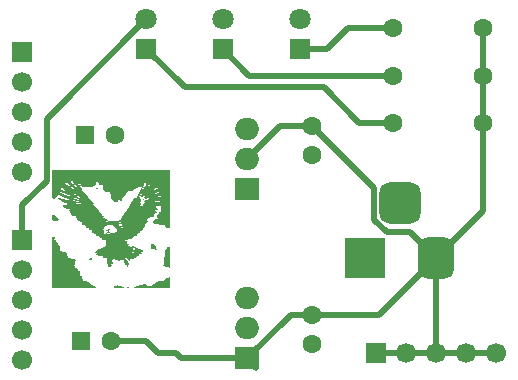
<source format=gbr>
%TF.GenerationSoftware,KiCad,Pcbnew,9.0.7*%
%TF.CreationDate,2026-01-31T20:36:48-06:00*%
%TF.ProjectId,Power,506f7765-722e-46b6-9963-61645f706362,rev?*%
%TF.SameCoordinates,Original*%
%TF.FileFunction,Copper,L2,Bot*%
%TF.FilePolarity,Positive*%
%FSLAX46Y46*%
G04 Gerber Fmt 4.6, Leading zero omitted, Abs format (unit mm)*
G04 Created by KiCad (PCBNEW 9.0.7) date 2026-01-31 20:36:48*
%MOMM*%
%LPD*%
G01*
G04 APERTURE LIST*
G04 Aperture macros list*
%AMRoundRect*
0 Rectangle with rounded corners*
0 $1 Rounding radius*
0 $2 $3 $4 $5 $6 $7 $8 $9 X,Y pos of 4 corners*
0 Add a 4 corners polygon primitive as box body*
4,1,4,$2,$3,$4,$5,$6,$7,$8,$9,$2,$3,0*
0 Add four circle primitives for the rounded corners*
1,1,$1+$1,$2,$3*
1,1,$1+$1,$4,$5*
1,1,$1+$1,$6,$7*
1,1,$1+$1,$8,$9*
0 Add four rect primitives between the rounded corners*
20,1,$1+$1,$2,$3,$4,$5,0*
20,1,$1+$1,$4,$5,$6,$7,0*
20,1,$1+$1,$6,$7,$8,$9,0*
20,1,$1+$1,$8,$9,$2,$3,0*%
G04 Aperture macros list end*
%TA.AperFunction,EtchedComponent*%
%ADD10C,0.000000*%
%TD*%
%TA.AperFunction,ComponentPad*%
%ADD11C,1.600000*%
%TD*%
%TA.AperFunction,ComponentPad*%
%ADD12R,1.700000X1.700000*%
%TD*%
%TA.AperFunction,ComponentPad*%
%ADD13C,1.700000*%
%TD*%
%TA.AperFunction,ComponentPad*%
%ADD14O,2.000000X1.905000*%
%TD*%
%TA.AperFunction,ComponentPad*%
%ADD15R,2.000000X1.905000*%
%TD*%
%TA.AperFunction,ComponentPad*%
%ADD16R,3.500000X3.500000*%
%TD*%
%TA.AperFunction,ComponentPad*%
%ADD17RoundRect,0.750000X0.750000X1.000000X-0.750000X1.000000X-0.750000X-1.000000X0.750000X-1.000000X0*%
%TD*%
%TA.AperFunction,ComponentPad*%
%ADD18RoundRect,0.875000X0.875000X0.875000X-0.875000X0.875000X-0.875000X-0.875000X0.875000X-0.875000X0*%
%TD*%
%TA.AperFunction,ComponentPad*%
%ADD19R,1.800000X1.800000*%
%TD*%
%TA.AperFunction,ComponentPad*%
%ADD20C,1.800000*%
%TD*%
%TA.AperFunction,ComponentPad*%
%ADD21RoundRect,0.250000X-0.550000X-0.550000X0.550000X-0.550000X0.550000X0.550000X-0.550000X0.550000X0*%
%TD*%
%TA.AperFunction,Conductor*%
%ADD22C,0.500000*%
%TD*%
G04 APERTURE END LIST*
D10*
%TA.AperFunction,EtchedComponent*%
%TO.C,G\u002A\u002A\u002A*%
G36*
X185949220Y-103568014D02*
G01*
X185984603Y-103574979D01*
X185986381Y-103576664D01*
X185992155Y-103607999D01*
X185997015Y-103675031D01*
X186000749Y-103772678D01*
X186003145Y-103895856D01*
X186003990Y-104039484D01*
X186003990Y-104503990D01*
X184633348Y-104503990D01*
X184480235Y-104503947D01*
X184214879Y-104503607D01*
X183987910Y-104502886D01*
X183796798Y-104501735D01*
X183639011Y-104500106D01*
X183512018Y-104497952D01*
X183413288Y-104495223D01*
X183340292Y-104491871D01*
X183290497Y-104487849D01*
X183261372Y-104483107D01*
X183250388Y-104477597D01*
X183239622Y-104462070D01*
X183225756Y-104477597D01*
X183216810Y-104486357D01*
X183169636Y-104499413D01*
X183088515Y-104503990D01*
X183024662Y-104502993D01*
X182984222Y-104497257D01*
X182967368Y-104483009D01*
X182964255Y-104456483D01*
X182973488Y-104416422D01*
X183015792Y-104370121D01*
X183085347Y-104343785D01*
X183174386Y-104341659D01*
X183214849Y-104345618D01*
X183298508Y-104344412D01*
X183350853Y-104324820D01*
X183377459Y-104285293D01*
X183400731Y-104239013D01*
X183440178Y-104219912D01*
X183506715Y-104223808D01*
X183510616Y-104224392D01*
X183582858Y-104225280D01*
X183656324Y-104213146D01*
X183745890Y-104187727D01*
X183819781Y-104168170D01*
X183867622Y-104158868D01*
X183897241Y-104159006D01*
X183916464Y-104167772D01*
X183933118Y-104184350D01*
X183959561Y-104208824D01*
X184003450Y-104235590D01*
X184025060Y-104252191D01*
X184040399Y-104294447D01*
X184045754Y-104322606D01*
X184070055Y-104328217D01*
X184092352Y-104325969D01*
X184147807Y-104331048D01*
X184217484Y-104344214D01*
X184282641Y-104357025D01*
X184369848Y-104362492D01*
X184423364Y-104347017D01*
X184441563Y-104310841D01*
X184447444Y-104286832D01*
X184478513Y-104256629D01*
X184503979Y-104242283D01*
X184543051Y-104204507D01*
X184567487Y-104182319D01*
X184616950Y-104165711D01*
X184629053Y-104163825D01*
X184676321Y-104138497D01*
X184726399Y-104091813D01*
X184745283Y-104071534D01*
X184791207Y-104033472D01*
X184826690Y-104018370D01*
X184846403Y-104015131D01*
X184863841Y-103997256D01*
X184866991Y-103987935D01*
X184894305Y-103976143D01*
X184901001Y-103975433D01*
X184943756Y-103960706D01*
X184998035Y-103932914D01*
X185016219Y-103922585D01*
X185054828Y-103905947D01*
X185097927Y-103898930D01*
X185157949Y-103900339D01*
X185247330Y-103908981D01*
X185248094Y-103909065D01*
X185338602Y-103917560D01*
X185397487Y-103918641D01*
X185434728Y-103911705D01*
X185460308Y-103896152D01*
X185482906Y-103872284D01*
X185497257Y-103843947D01*
X185497323Y-103842905D01*
X185514125Y-103816172D01*
X185551619Y-103781105D01*
X185594386Y-103738166D01*
X185623888Y-103691244D01*
X185629549Y-103678825D01*
X185652261Y-103655528D01*
X185695498Y-103640653D01*
X185770108Y-103629627D01*
X185770302Y-103629605D01*
X185846058Y-103617960D01*
X185886475Y-103603013D01*
X185898421Y-103582228D01*
X185903481Y-103564086D01*
X185931819Y-103562163D01*
X185949220Y-103568014D01*
G37*
%TD.AperFunction*%
%TA.AperFunction,EtchedComponent*%
G36*
X182485792Y-104384128D02*
G01*
X182524815Y-104421817D01*
X182541314Y-104462249D01*
X182540899Y-104471429D01*
X182530731Y-104492243D01*
X182499125Y-104501734D01*
X182435744Y-104503990D01*
X182397723Y-104502645D01*
X182349166Y-104495426D01*
X182330175Y-104484053D01*
X182330568Y-104481099D01*
X182347034Y-104449562D01*
X182380223Y-104405933D01*
X182389870Y-104394782D01*
X182421245Y-104364370D01*
X182447339Y-104362033D01*
X182485792Y-104384128D01*
G37*
%TD.AperFunction*%
%TA.AperFunction,EtchedComponent*%
G36*
X181568177Y-104271787D02*
G01*
X181636802Y-104275793D01*
X181677269Y-104288688D01*
X181701659Y-104313965D01*
X181714720Y-104330560D01*
X181743252Y-104346601D01*
X181792097Y-104354245D01*
X181872158Y-104356192D01*
X181888862Y-104356221D01*
X181961787Y-104358581D01*
X182010253Y-104368314D01*
X182049322Y-104390422D01*
X182094053Y-104429908D01*
X182171821Y-104503623D01*
X181691480Y-104503806D01*
X181211139Y-104503990D01*
X181211139Y-104454435D01*
X181216493Y-104418524D01*
X181255460Y-104358103D01*
X181328143Y-104311810D01*
X181429768Y-104282177D01*
X181555560Y-104271737D01*
X181568177Y-104271787D01*
G37*
%TD.AperFunction*%
%TA.AperFunction,EtchedComponent*%
G36*
X176158856Y-100135925D02*
G01*
X176203198Y-100148202D01*
X176227520Y-100174256D01*
X176241295Y-100209590D01*
X176249012Y-100270459D01*
X176240372Y-100323472D01*
X176216368Y-100352704D01*
X176196395Y-100373179D01*
X176204400Y-100397066D01*
X176235134Y-100404317D01*
X176280452Y-100407088D01*
X176332034Y-100430780D01*
X176362447Y-100466659D01*
X176380552Y-100504836D01*
X176412233Y-100554794D01*
X176415706Y-100559661D01*
X176431439Y-100587769D01*
X176423567Y-100590497D01*
X176405459Y-100587574D01*
X176397174Y-100617789D01*
X176401299Y-100643526D01*
X176418288Y-100661263D01*
X176429653Y-100666834D01*
X176441069Y-100698212D01*
X176444090Y-100716175D01*
X176453385Y-100708769D01*
X176466807Y-100689137D01*
X176490801Y-100685685D01*
X176502744Y-100714048D01*
X176505126Y-100728617D01*
X176523857Y-100745719D01*
X176532816Y-100748514D01*
X176544971Y-100775130D01*
X176548962Y-100790705D01*
X176577643Y-100817080D01*
X176577665Y-100817088D01*
X176607242Y-100844632D01*
X176632485Y-100893212D01*
X176634169Y-100897865D01*
X176654748Y-100935903D01*
X176673711Y-100945029D01*
X176675579Y-100944597D01*
X176684383Y-100965007D01*
X176690486Y-101017316D01*
X176692769Y-101092852D01*
X176692744Y-101101165D01*
X176689679Y-101179508D01*
X176682271Y-101232790D01*
X176671655Y-101252452D01*
X176661942Y-101256025D01*
X176650541Y-101284123D01*
X176662554Y-101305822D01*
X176709901Y-101315793D01*
X176758035Y-101325007D01*
X176811036Y-101354712D01*
X176825407Y-101366799D01*
X176882469Y-101397587D01*
X176964589Y-101419836D01*
X177080282Y-101436122D01*
X177109467Y-101440098D01*
X177195304Y-101468891D01*
X177246140Y-101520418D01*
X177262973Y-101595552D01*
X177271310Y-101657517D01*
X177294644Y-101724649D01*
X177295296Y-101725903D01*
X177317134Y-101774000D01*
X177326185Y-101805845D01*
X177326282Y-101807398D01*
X177339385Y-101839480D01*
X177367850Y-101885078D01*
X177387266Y-101908666D01*
X177434473Y-101939394D01*
X177506405Y-101954512D01*
X177528375Y-101957823D01*
X177598653Y-101978359D01*
X177649486Y-102007351D01*
X177673970Y-102024559D01*
X177740219Y-102047734D01*
X177840628Y-102062014D01*
X177848087Y-102062678D01*
X177942822Y-102074101D01*
X177999937Y-102090603D01*
X178023760Y-102116663D01*
X178018620Y-102156759D01*
X177988845Y-102215370D01*
X177969388Y-102250507D01*
X177950580Y-102291978D01*
X177949624Y-102308146D01*
X177954114Y-102312628D01*
X177941626Y-102336035D01*
X177926338Y-102371149D01*
X177919725Y-102425769D01*
X177917142Y-102478144D01*
X177906153Y-102545677D01*
X177902615Y-102560925D01*
X177902718Y-102594760D01*
X177925469Y-102603740D01*
X177947129Y-102612347D01*
X177959601Y-102652489D01*
X177961153Y-102673253D01*
X177979936Y-102726664D01*
X178012651Y-102761795D01*
X178049943Y-102766808D01*
X178051120Y-102766374D01*
X178080792Y-102772151D01*
X178104682Y-102816163D01*
X178105156Y-102817507D01*
X178126936Y-102860433D01*
X178148981Y-102878221D01*
X178169820Y-102891010D01*
X178194733Y-102928893D01*
X178200838Y-102939523D01*
X178242260Y-102981296D01*
X178299850Y-103016555D01*
X178323166Y-103027379D01*
X178362822Y-103052856D01*
X178378874Y-103087017D01*
X178381879Y-103146597D01*
X178382626Y-103172825D01*
X178389601Y-103216558D01*
X178402079Y-103227165D01*
X178408497Y-103227763D01*
X178413982Y-103257379D01*
X178409795Y-103320089D01*
X178405266Y-103362931D01*
X178405844Y-103407634D01*
X178420246Y-103432426D01*
X178452936Y-103450843D01*
X178487999Y-103472824D01*
X178504631Y-103506906D01*
X178508562Y-103567632D01*
X178509683Y-103601815D01*
X178521965Y-103654557D01*
X178551728Y-103685648D01*
X178565145Y-103696244D01*
X178603631Y-103741937D01*
X178639926Y-103801953D01*
X178664830Y-103846313D01*
X178698311Y-103881838D01*
X178737617Y-103891687D01*
X178777057Y-103898785D01*
X178829222Y-103926934D01*
X178849259Y-103943869D01*
X178872685Y-103949211D01*
X178897633Y-103921888D01*
X178914776Y-103894004D01*
X178920627Y-103870806D01*
X178921310Y-103861409D01*
X178941518Y-103834749D01*
X178954635Y-103825813D01*
X178974549Y-103833772D01*
X178996825Y-103876977D01*
X179000236Y-103885006D01*
X179036133Y-103952216D01*
X179074497Y-104000111D01*
X179107265Y-104018370D01*
X179107857Y-104018393D01*
X179134612Y-104033785D01*
X179171193Y-104069135D01*
X179214346Y-104106649D01*
X179258105Y-104127414D01*
X179283833Y-104139866D01*
X179306789Y-104179998D01*
X179316971Y-104206728D01*
X179348644Y-104226399D01*
X179411863Y-104239856D01*
X179451516Y-104247138D01*
X179560790Y-104282653D01*
X179647111Y-104334512D01*
X179701062Y-104397579D01*
X179702283Y-104399956D01*
X179724137Y-104448993D01*
X179733168Y-104481827D01*
X179733101Y-104482111D01*
X179713678Y-104486395D01*
X179659163Y-104490188D01*
X179568762Y-104493499D01*
X179441683Y-104496339D01*
X179277134Y-104498716D01*
X179074321Y-104500639D01*
X178832453Y-104502119D01*
X178550737Y-104503165D01*
X178228379Y-104503785D01*
X177864589Y-104503990D01*
X175996010Y-104503990D01*
X175996010Y-102318703D01*
X175996010Y-100133416D01*
X176100837Y-100133416D01*
X176158856Y-100135925D01*
G37*
%TD.AperFunction*%
%TA.AperFunction,EtchedComponent*%
G36*
X186003990Y-101875311D02*
G01*
X186003936Y-102092553D01*
X186003660Y-102272203D01*
X186002990Y-102417082D01*
X186001757Y-102530927D01*
X185999789Y-102617472D01*
X185996916Y-102680453D01*
X185992968Y-102723606D01*
X185987774Y-102750667D01*
X185981163Y-102765371D01*
X185972965Y-102771454D01*
X185963009Y-102772651D01*
X185938874Y-102769680D01*
X185910698Y-102754320D01*
X185900691Y-102747292D01*
X185857843Y-102733617D01*
X185795552Y-102722218D01*
X185761132Y-102716197D01*
X185701055Y-102698235D01*
X185665810Y-102677207D01*
X185661916Y-102673167D01*
X185613005Y-102652894D01*
X185527589Y-102645968D01*
X185484003Y-102644250D01*
X185428661Y-102635929D01*
X185401117Y-102623030D01*
X185399685Y-102614235D01*
X185415016Y-102578584D01*
X185450928Y-102533296D01*
X185454433Y-102529636D01*
X185486072Y-102494993D01*
X185506658Y-102463739D01*
X185517753Y-102426777D01*
X185520915Y-102375007D01*
X185517705Y-102299332D01*
X185509683Y-102190652D01*
X185507240Y-102157576D01*
X185502426Y-102053966D01*
X185505478Y-101967324D01*
X185517808Y-101878507D01*
X185540829Y-101768375D01*
X185548556Y-101732281D01*
X185568930Y-101614353D01*
X185582934Y-101498027D01*
X185588045Y-101402829D01*
X185588075Y-101366881D01*
X185590273Y-101299431D01*
X185598119Y-101258933D01*
X185614869Y-101234405D01*
X185643780Y-101214866D01*
X185682072Y-101185524D01*
X185731898Y-101112395D01*
X185750624Y-101026547D01*
X185753494Y-101000673D01*
X185768989Y-100985540D01*
X185806974Y-100979233D01*
X185877307Y-100977971D01*
X186003990Y-100977971D01*
X186003990Y-101875311D01*
G37*
%TD.AperFunction*%
%TA.AperFunction,EtchedComponent*%
G36*
X186003990Y-95308894D02*
G01*
X186003990Y-95351122D01*
X186003990Y-95456691D01*
X186003990Y-95477805D01*
X186003990Y-95490910D01*
X186003990Y-95574958D01*
X186003990Y-95688944D01*
X186003990Y-95731172D01*
X186003990Y-95773399D01*
X186003990Y-95796891D01*
X186003990Y-95836741D01*
X186003990Y-95859554D01*
X186003990Y-95938791D01*
X186003990Y-96020529D01*
X186003990Y-96130345D01*
X186003990Y-96174563D01*
X186003990Y-96237905D01*
X186003990Y-96280133D01*
X186003990Y-96297727D01*
X186003990Y-96372048D01*
X186003990Y-96512385D01*
X186003990Y-96575727D01*
X186003990Y-96723524D01*
X186003990Y-96850207D01*
X186003990Y-96922512D01*
X186003990Y-96955293D01*
X186003990Y-96998005D01*
X186003990Y-97019118D01*
X186003990Y-97211074D01*
X186003990Y-97230257D01*
X186003990Y-97260553D01*
X186003990Y-97269950D01*
X186003990Y-97293599D01*
X186003990Y-97399168D01*
X186003990Y-97457261D01*
X186003990Y-99414576D01*
X185924813Y-99413973D01*
X185914157Y-99414007D01*
X185835424Y-99418194D01*
X185755902Y-99427231D01*
X185722168Y-99432176D01*
X185683342Y-99433162D01*
X185668533Y-99417959D01*
X185666168Y-99380545D01*
X185658052Y-99336645D01*
X185613384Y-99280358D01*
X185576110Y-99244300D01*
X185560599Y-99213251D01*
X185558855Y-99199229D01*
X185542129Y-99176510D01*
X185502410Y-99159878D01*
X185433286Y-99147213D01*
X185328346Y-99136394D01*
X185148097Y-99120928D01*
X184997444Y-99107413D01*
X184880602Y-99095919D01*
X184793341Y-99085800D01*
X184731431Y-99076412D01*
X184690642Y-99067106D01*
X184666744Y-99057239D01*
X184655508Y-99046164D01*
X184652702Y-99033235D01*
X184635230Y-99020048D01*
X184591822Y-99014380D01*
X184577743Y-99013994D01*
X184538056Y-99000968D01*
X184520851Y-98961596D01*
X184520701Y-98960806D01*
X184517078Y-98883768D01*
X184534807Y-98823716D01*
X184570577Y-98791945D01*
X184593147Y-98781555D01*
X184610474Y-98761014D01*
X184618598Y-98747695D01*
X184652702Y-98729343D01*
X184677232Y-98713916D01*
X184694930Y-98675135D01*
X184699586Y-98657631D01*
X184729707Y-98636438D01*
X184773525Y-98635166D01*
X184814178Y-98656455D01*
X184845255Y-98665922D01*
X184890710Y-98654084D01*
X184930952Y-98627129D01*
X184948296Y-98593375D01*
X184939924Y-98566556D01*
X184907953Y-98530119D01*
X184904732Y-98527757D01*
X184880199Y-98498334D01*
X184890941Y-98463681D01*
X184903448Y-98426307D01*
X184889509Y-98371971D01*
X184877178Y-98333858D01*
X184882177Y-98317622D01*
X184900653Y-98312126D01*
X184940198Y-98282392D01*
X184975347Y-98241019D01*
X184990524Y-98204298D01*
X184997505Y-98184168D01*
X185032752Y-98169825D01*
X185063966Y-98159708D01*
X185074980Y-98119679D01*
X185075461Y-98108404D01*
X185091469Y-98074519D01*
X185138321Y-98056866D01*
X185145532Y-98055377D01*
X185182773Y-98042069D01*
X185198455Y-98014684D01*
X185201663Y-97959214D01*
X185202222Y-97939814D01*
X185209589Y-97892969D01*
X185222777Y-97874231D01*
X185224587Y-97873716D01*
X185234637Y-97848077D01*
X185241408Y-97789580D01*
X185243891Y-97706276D01*
X185243891Y-97538322D01*
X185172215Y-97524876D01*
X185170122Y-97524496D01*
X185107848Y-97522243D01*
X185057477Y-97534476D01*
X185007510Y-97550967D01*
X184974031Y-97555232D01*
X184944406Y-97559006D01*
X184884363Y-97564342D01*
X184836956Y-97575291D01*
X184822442Y-97582736D01*
X184815928Y-97599140D01*
X184819494Y-97606788D01*
X184830323Y-97630010D01*
X184868295Y-97684655D01*
X184897123Y-97723018D01*
X184932744Y-97766475D01*
X184953243Y-97786256D01*
X184954355Y-97786761D01*
X184969259Y-97809968D01*
X184960125Y-97832003D01*
X184955423Y-97843347D01*
X184921388Y-97878096D01*
X184875697Y-97905409D01*
X184826892Y-97916484D01*
X184768828Y-97916510D01*
X184783288Y-97928946D01*
X184826892Y-97966447D01*
X184830010Y-97969243D01*
X184832339Y-97971332D01*
X184869674Y-98018015D01*
X184878890Y-98044388D01*
X184884955Y-98061744D01*
X184884915Y-98063705D01*
X184865316Y-98106483D01*
X184864215Y-98108885D01*
X184813509Y-98149757D01*
X184791333Y-98159268D01*
X184744412Y-98179392D01*
X184668537Y-98190860D01*
X184636799Y-98191579D01*
X184597993Y-98199791D01*
X184596488Y-98221837D01*
X184605378Y-98233167D01*
X184629161Y-98263477D01*
X184636803Y-98273705D01*
X184653842Y-98296508D01*
X184657687Y-98301654D01*
X184664964Y-98316376D01*
X184682519Y-98351894D01*
X184685847Y-98378316D01*
X184679498Y-98388002D01*
X184668211Y-98405220D01*
X184618272Y-98433643D01*
X184606499Y-98438858D01*
X184589118Y-98444305D01*
X184528270Y-98463374D01*
X184450693Y-98475976D01*
X184448305Y-98476364D01*
X184426104Y-98478381D01*
X184365234Y-98490120D01*
X184326640Y-98506648D01*
X184304266Y-98520139D01*
X184253225Y-98534439D01*
X184227130Y-98541629D01*
X184221619Y-98548629D01*
X184209311Y-98564262D01*
X184204802Y-98576383D01*
X184177640Y-98578624D01*
X184172251Y-98576867D01*
X184151646Y-98584493D01*
X184145221Y-98626793D01*
X184144473Y-98687115D01*
X184112335Y-98634330D01*
X184104329Y-98621512D01*
X184091515Y-98606413D01*
X184085792Y-98616413D01*
X184085818Y-98623773D01*
X184085934Y-98657175D01*
X184089651Y-98717131D01*
X184090719Y-98734363D01*
X184093854Y-98789411D01*
X184093374Y-98854609D01*
X184084464Y-98895422D01*
X184065676Y-98922746D01*
X184042067Y-98950199D01*
X184008558Y-99002181D01*
X184007995Y-99003290D01*
X184007474Y-99003823D01*
X183972481Y-99039641D01*
X183918559Y-99066290D01*
X183912553Y-99068081D01*
X183871000Y-99084925D01*
X183858029Y-99110656D01*
X183862088Y-99142310D01*
X183864524Y-99161302D01*
X183874958Y-99249058D01*
X183863999Y-99319826D01*
X183863358Y-99320532D01*
X183827205Y-99360377D01*
X183763334Y-99373316D01*
X183738183Y-99374489D01*
X183708595Y-99389329D01*
X183700077Y-99431379D01*
X183698988Y-99474055D01*
X183699833Y-99504546D01*
X183696144Y-99528247D01*
X183681742Y-99573166D01*
X183672221Y-99594478D01*
X183651402Y-99615571D01*
X183613008Y-99624705D01*
X183544746Y-99626683D01*
X183544193Y-99626683D01*
X183477849Y-99627797D01*
X183443297Y-99634787D01*
X183430169Y-99653128D01*
X183428097Y-99688298D01*
X183421500Y-99760094D01*
X183397950Y-99803395D01*
X183354525Y-99816708D01*
X183334068Y-99818119D01*
X183296304Y-99835049D01*
X183271914Y-99870004D01*
X183266596Y-99877626D01*
X183261745Y-99890606D01*
X183238072Y-99953948D01*
X183232390Y-99971149D01*
X183226689Y-99985619D01*
X183214210Y-100017290D01*
X183209596Y-100029001D01*
X183189482Y-100066032D01*
X183182078Y-100072614D01*
X183136710Y-100084349D01*
X183071370Y-100079813D01*
X183000541Y-100059506D01*
X182986939Y-100055111D01*
X182968190Y-100063328D01*
X182967389Y-100070074D01*
X182963268Y-100104765D01*
X182959173Y-100134662D01*
X182953776Y-100174068D01*
X182924285Y-100209419D01*
X182873261Y-100210376D01*
X182823152Y-100209605D01*
X182787510Y-100240935D01*
X182761990Y-100309429D01*
X182743557Y-100353336D01*
X182716805Y-100380673D01*
X182705093Y-100381469D01*
X182665228Y-100363481D01*
X182618148Y-100326065D01*
X182575940Y-100279800D01*
X182550691Y-100235268D01*
X182541754Y-100213523D01*
X182522062Y-100197434D01*
X182505833Y-100217343D01*
X182499086Y-100269282D01*
X182492961Y-100335789D01*
X182483292Y-100374980D01*
X182477413Y-100398811D01*
X182473249Y-100409520D01*
X182458963Y-100435414D01*
X182435896Y-100447783D01*
X182392958Y-100449852D01*
X182319059Y-100444844D01*
X182250858Y-100442070D01*
X182200926Y-100446092D01*
X182182507Y-100455630D01*
X182199172Y-100468584D01*
X182254488Y-100482853D01*
X182278261Y-100488900D01*
X182335762Y-100516163D01*
X182380804Y-100553367D01*
X182404517Y-100591853D01*
X182398033Y-100622965D01*
X182398004Y-100622993D01*
X182367277Y-100636883D01*
X182320191Y-100623138D01*
X182320064Y-100623080D01*
X182278992Y-100609864D01*
X182269239Y-100619428D01*
X182289632Y-100647593D01*
X182339000Y-100690182D01*
X182392321Y-100744093D01*
X182398168Y-100756276D01*
X182409228Y-100779322D01*
X182425915Y-100814092D01*
X182429739Y-100829652D01*
X182443553Y-100858863D01*
X182462613Y-100899167D01*
X182510959Y-100940333D01*
X182567351Y-100946213D01*
X182577670Y-100945466D01*
X182625604Y-100959628D01*
X182688600Y-100993063D01*
X182756054Y-101038216D01*
X182817364Y-101087529D01*
X182861926Y-101133446D01*
X182879136Y-101168409D01*
X182880003Y-101175099D01*
X182901976Y-101214016D01*
X182944301Y-101255354D01*
X182953597Y-101262495D01*
X182964405Y-101270963D01*
X183001659Y-101300153D01*
X183034035Y-101326654D01*
X183048655Y-101338867D01*
X183092036Y-101373776D01*
X183147085Y-101417170D01*
X183188239Y-101448675D01*
X183219457Y-101468272D01*
X183231518Y-101464836D01*
X183232116Y-101440474D01*
X183231621Y-101436998D01*
X183211617Y-101399549D01*
X183171330Y-101353483D01*
X183122279Y-101309313D01*
X183085558Y-101284123D01*
X183364755Y-101284123D01*
X183375312Y-101294679D01*
X183385869Y-101284123D01*
X183375312Y-101273566D01*
X183364755Y-101284123D01*
X183085558Y-101284123D01*
X183075981Y-101277553D01*
X183043955Y-101268717D01*
X183035377Y-101266384D01*
X183039661Y-101252694D01*
X183291006Y-101252694D01*
X183295143Y-101258231D01*
X183323774Y-101273566D01*
X183335615Y-101272451D01*
X183340593Y-101261434D01*
X183310874Y-101244396D01*
X183294405Y-101240695D01*
X183291006Y-101252694D01*
X183039661Y-101252694D01*
X183043649Y-101239947D01*
X183049504Y-101225862D01*
X183045782Y-101171855D01*
X183018621Y-101129575D01*
X183065216Y-101129575D01*
X183077738Y-101147932D01*
X183121946Y-101179104D01*
X183126942Y-101182162D01*
X183199970Y-101220530D01*
X183244272Y-101229516D01*
X183259186Y-101208978D01*
X183257528Y-101201341D01*
X183238072Y-101199667D01*
X183230094Y-101203183D01*
X183216958Y-101193745D01*
X183207301Y-101178166D01*
X183169986Y-101154113D01*
X183119859Y-101134283D01*
X183073446Y-101126427D01*
X183065216Y-101129575D01*
X183018621Y-101129575D01*
X183009962Y-101116095D01*
X182947756Y-101068776D01*
X182937043Y-101062827D01*
X182895827Y-101036120D01*
X182879136Y-101018479D01*
X182872709Y-101011703D01*
X182836503Y-100988159D01*
X182775520Y-100953503D01*
X182697945Y-100912520D01*
X182652893Y-100888991D01*
X182578185Y-100847710D01*
X182522155Y-100813787D01*
X182494409Y-100792868D01*
X182493253Y-100789294D01*
X182515712Y-100793398D01*
X182571678Y-100814727D01*
X182658171Y-100852018D01*
X182772208Y-100904005D01*
X182910807Y-100969425D01*
X182967917Y-100992985D01*
X183020195Y-101008472D01*
X183040117Y-101014128D01*
X183096668Y-101037448D01*
X183161184Y-101070218D01*
X183179193Y-101079768D01*
X183251977Y-101112934D01*
X183335587Y-101145555D01*
X183413782Y-101171602D01*
X183470325Y-101185042D01*
X183506185Y-101194972D01*
X183542547Y-101208978D01*
X183572274Y-101220428D01*
X183655071Y-101256879D01*
X183663848Y-101261434D01*
X183680388Y-101270018D01*
X183697105Y-101284123D01*
X183732212Y-101313745D01*
X183746480Y-101356803D01*
X183726043Y-101392150D01*
X183673753Y-101412742D01*
X183592460Y-101411538D01*
X183565398Y-101408094D01*
X183529101Y-101407425D01*
X183525227Y-101414838D01*
X183553070Y-101445406D01*
X183584082Y-101505663D01*
X183597008Y-101565483D01*
X183592826Y-101583120D01*
X183567014Y-101606782D01*
X183560101Y-101613119D01*
X183506640Y-101627540D01*
X183446641Y-101621129D01*
X183423095Y-101616833D01*
X183410191Y-101632004D01*
X183410223Y-101679140D01*
X183410420Y-101685286D01*
X183411432Y-101716957D01*
X183411496Y-101718948D01*
X183406280Y-101745109D01*
X183401649Y-101768338D01*
X183370524Y-101786722D01*
X183312083Y-101780324D01*
X183271710Y-101772876D01*
X183244627Y-101776912D01*
X183238072Y-101799601D01*
X183237563Y-101812744D01*
X183215696Y-101871138D01*
X183160997Y-101903958D01*
X183072694Y-101911726D01*
X183024374Y-101910259D01*
X182984211Y-101914466D01*
X182966495Y-101930934D01*
X182959710Y-101965104D01*
X182955470Y-101991917D01*
X182942309Y-102012412D01*
X182910182Y-102018566D01*
X182847551Y-102015570D01*
X182817809Y-102012210D01*
X182742386Y-101994201D01*
X182685938Y-101968064D01*
X182682747Y-101965803D01*
X182642134Y-101939097D01*
X182619825Y-101928096D01*
X182617503Y-101931390D01*
X182615683Y-101963191D01*
X182619463Y-102017830D01*
X182621206Y-102053735D01*
X182613018Y-102116233D01*
X182593046Y-102159662D01*
X182565862Y-102176318D01*
X182536035Y-102158495D01*
X182516285Y-102141085D01*
X182482765Y-102134025D01*
X182481288Y-102134351D01*
X182457617Y-102117253D01*
X182423315Y-102064875D01*
X182381230Y-101981494D01*
X182361410Y-101939701D01*
X182324107Y-101870713D01*
X182295100Y-101834689D01*
X182270868Y-101826694D01*
X182251283Y-101837822D01*
X182244632Y-101854197D01*
X182236465Y-101874306D01*
X182228781Y-101944129D01*
X182227393Y-101971903D01*
X182228260Y-102024638D01*
X182238329Y-102049084D01*
X182260452Y-102055249D01*
X182274750Y-102056433D01*
X182337488Y-102087011D01*
X182369954Y-102126918D01*
X182394982Y-102157683D01*
X182445804Y-102266818D01*
X182446947Y-102269909D01*
X182474946Y-102336394D01*
X182500652Y-102382310D01*
X182518630Y-102397880D01*
X182521450Y-102397748D01*
X182535673Y-102418206D01*
X182541314Y-102466500D01*
X182541087Y-102480614D01*
X182533513Y-102527749D01*
X182516683Y-102535283D01*
X182492615Y-102504037D01*
X182463328Y-102434829D01*
X182447567Y-102394011D01*
X182425149Y-102347405D01*
X182409675Y-102329260D01*
X182408565Y-102329284D01*
X182394657Y-102343607D01*
X182403512Y-102386450D01*
X182429018Y-102445386D01*
X182435744Y-102460929D01*
X182440366Y-102470974D01*
X182463730Y-102541571D01*
X182476485Y-102615481D01*
X182477063Y-102678480D01*
X182463896Y-102716348D01*
X182462161Y-102717995D01*
X182437504Y-102729904D01*
X182425666Y-102721484D01*
X182402305Y-102684026D01*
X182378042Y-102629571D01*
X182358997Y-102572505D01*
X182351289Y-102527214D01*
X182348056Y-102502067D01*
X182330344Y-102482291D01*
X182307574Y-102494503D01*
X182291757Y-102536774D01*
X182281465Y-102564709D01*
X182255350Y-102582626D01*
X182228938Y-102571050D01*
X182195478Y-102520424D01*
X182169827Y-102445386D01*
X182245720Y-102445386D01*
X182256276Y-102455943D01*
X182266833Y-102445386D01*
X182256276Y-102434829D01*
X182245720Y-102445386D01*
X182169827Y-102445386D01*
X182165175Y-102431779D01*
X182139042Y-102307509D01*
X182131701Y-102266356D01*
X182113395Y-102190302D01*
X182091486Y-102141802D01*
X182076924Y-102126372D01*
X182270151Y-102126372D01*
X182275191Y-102154630D01*
X182282398Y-102154303D01*
X182286280Y-102126918D01*
X182282899Y-102106164D01*
X182273524Y-102114162D01*
X182270151Y-102126372D01*
X182076924Y-102126372D01*
X182061905Y-102110458D01*
X182060072Y-102109086D01*
X182015992Y-102085920D01*
X181983991Y-102095185D01*
X181983348Y-102095712D01*
X181953843Y-102103502D01*
X181918387Y-102075819D01*
X181877298Y-102041982D01*
X181838734Y-102038838D01*
X181813438Y-102074152D01*
X181792271Y-102117901D01*
X181757740Y-102169110D01*
X181757003Y-102170043D01*
X181716954Y-102204281D01*
X181676366Y-102202804D01*
X181631667Y-102163950D01*
X181579286Y-102086057D01*
X181552814Y-102045608D01*
X181518128Y-102009984D01*
X181494408Y-102008466D01*
X181485620Y-102042883D01*
X181481465Y-102060419D01*
X181455605Y-102095633D01*
X181423437Y-102105131D01*
X181382201Y-102083872D01*
X181343618Y-102034482D01*
X181314943Y-101963765D01*
X181313285Y-101957767D01*
X181292042Y-101906883D01*
X181267007Y-101895581D01*
X181236207Y-101924366D01*
X181197668Y-101993742D01*
X181182451Y-102023484D01*
X181147672Y-102080729D01*
X181118491Y-102116159D01*
X181097482Y-102137619D01*
X181086788Y-102170129D01*
X181096205Y-102217264D01*
X181126220Y-102290005D01*
X181137414Y-102316647D01*
X181159147Y-102383548D01*
X181167602Y-102434829D01*
X181167539Y-102442399D01*
X181165514Y-102470523D01*
X181156204Y-102465119D01*
X181133408Y-102424272D01*
X181132083Y-102421817D01*
X181100304Y-102373559D01*
X181070911Y-102344046D01*
X181058444Y-102333644D01*
X181042228Y-102296540D01*
X181038562Y-102282282D01*
X181010557Y-102265918D01*
X181008587Y-102265962D01*
X180984382Y-102282455D01*
X180981473Y-102330458D01*
X180999669Y-102412559D01*
X181007047Y-102442107D01*
X181007322Y-102488187D01*
X180983833Y-102526429D01*
X180982038Y-102528599D01*
X180962144Y-102552646D01*
X180965785Y-102561695D01*
X181005279Y-102553715D01*
X181033814Y-102548106D01*
X181058100Y-102555230D01*
X181063342Y-102590196D01*
X181057173Y-102626039D01*
X181033509Y-102665557D01*
X181017552Y-102674830D01*
X180989349Y-102668503D01*
X180949053Y-102631409D01*
X180927456Y-102608846D01*
X180901040Y-102587771D01*
X180897315Y-102602053D01*
X180914197Y-102652979D01*
X180924310Y-102690559D01*
X180922077Y-102716853D01*
X180912844Y-102721483D01*
X180876582Y-102712783D01*
X180829877Y-102681808D01*
X180783465Y-102636668D01*
X180748084Y-102585470D01*
X180738697Y-102564120D01*
X180714953Y-102482862D01*
X180704405Y-102427469D01*
X180852869Y-102427469D01*
X180861805Y-102462217D01*
X180883744Y-102511593D01*
X180900615Y-102541999D01*
X180912451Y-102552385D01*
X180915415Y-102528599D01*
X180911847Y-102505862D01*
X180897245Y-102468031D01*
X180877828Y-102434643D01*
X180860678Y-102417182D01*
X180852875Y-102427137D01*
X180852869Y-102427469D01*
X180704405Y-102427469D01*
X180694967Y-102377903D01*
X180680164Y-102262142D01*
X180671968Y-102148482D01*
X180671805Y-102049822D01*
X180681100Y-101979063D01*
X180685415Y-101962597D01*
X180695017Y-101913955D01*
X180694560Y-101890098D01*
X180686496Y-101889241D01*
X180648359Y-101898000D01*
X180591630Y-101917382D01*
X180512789Y-101939296D01*
X180447828Y-101936686D01*
X180410174Y-101927875D01*
X180358398Y-101925869D01*
X180320640Y-101920448D01*
X180292119Y-101880848D01*
X180288762Y-101854197D01*
X180852203Y-101854197D01*
X180862760Y-101864754D01*
X180873317Y-101854197D01*
X180862760Y-101843640D01*
X180852203Y-101854197D01*
X180288762Y-101854197D01*
X180282452Y-101804106D01*
X180281034Y-101768640D01*
X180274027Y-101751460D01*
X180834824Y-101751460D01*
X180852203Y-101759185D01*
X180863381Y-101757661D01*
X180866279Y-101745109D01*
X180863185Y-101742582D01*
X180838127Y-101745109D01*
X180834824Y-101751460D01*
X180274027Y-101751460D01*
X180272541Y-101747818D01*
X180252491Y-101757497D01*
X180227334Y-101768872D01*
X180169029Y-101781956D01*
X180095829Y-101790276D01*
X180066362Y-101791947D01*
X180004224Y-101791885D01*
X179969955Y-101782891D01*
X179953203Y-101762986D01*
X179945528Y-101742674D01*
X179942760Y-101727514D01*
X180936659Y-101727514D01*
X180947216Y-101738071D01*
X180957773Y-101727514D01*
X180947216Y-101716957D01*
X181612303Y-101716957D01*
X181619114Y-101727514D01*
X181620221Y-101729229D01*
X181654531Y-101738071D01*
X181679075Y-101734112D01*
X181696759Y-101716957D01*
X181688840Y-101704685D01*
X181654531Y-101695843D01*
X181629987Y-101699802D01*
X181612303Y-101716957D01*
X180947216Y-101716957D01*
X180936659Y-101727514D01*
X179942760Y-101727514D01*
X179940253Y-101713782D01*
X179939048Y-101711172D01*
X179912659Y-101707144D01*
X179862193Y-101710875D01*
X179822313Y-101713039D01*
X179757907Y-101703863D01*
X179709827Y-101682167D01*
X179698160Y-101663748D01*
X181004512Y-101663748D01*
X181007038Y-101688805D01*
X181013389Y-101692108D01*
X181016421Y-101685286D01*
X182625769Y-101685286D01*
X182636326Y-101695843D01*
X182646883Y-101685286D01*
X182636326Y-101674729D01*
X182625769Y-101685286D01*
X181016421Y-101685286D01*
X181021114Y-101674729D01*
X181019591Y-101663552D01*
X181007038Y-101660653D01*
X181004512Y-101663748D01*
X179698160Y-101663748D01*
X179690940Y-101652350D01*
X179703486Y-101633862D01*
X179741674Y-101612168D01*
X179743365Y-101611521D01*
X179794782Y-101585986D01*
X179799153Y-101577411D01*
X180665496Y-101577411D01*
X180670536Y-101605669D01*
X180677743Y-101605342D01*
X180681625Y-101577957D01*
X180678244Y-101557204D01*
X180668869Y-101565201D01*
X180665496Y-101577411D01*
X179799153Y-101577411D01*
X179805019Y-101565902D01*
X179774919Y-101552758D01*
X179705328Y-101548046D01*
X179673110Y-101547227D01*
X179604319Y-101537875D01*
X179567050Y-101519741D01*
X179564117Y-101514806D01*
X179574390Y-101483141D01*
X179624156Y-101437672D01*
X179632819Y-101431920D01*
X179902079Y-101431920D01*
X179912636Y-101442477D01*
X179917154Y-101437959D01*
X180556609Y-101437959D01*
X180560827Y-101449874D01*
X180589618Y-101471739D01*
X180604933Y-101481530D01*
X180609486Y-101505669D01*
X180606054Y-101513903D01*
X180617458Y-101526932D01*
X180624908Y-101525747D01*
X180650082Y-101506185D01*
X181026885Y-101506185D01*
X181030090Y-101558204D01*
X181042032Y-101577957D01*
X181043051Y-101579643D01*
X181061719Y-101566642D01*
X181082047Y-101515341D01*
X181084624Y-101505470D01*
X181094115Y-101449090D01*
X181093535Y-101436980D01*
X181563517Y-101436980D01*
X181578217Y-101491986D01*
X181582514Y-101504144D01*
X181603136Y-101554850D01*
X181618947Y-101582842D01*
X181626317Y-101595644D01*
X181633417Y-101636021D01*
X181636885Y-101657211D01*
X181654531Y-101674729D01*
X181655551Y-101674617D01*
X181666740Y-101652815D01*
X181672784Y-101600766D01*
X181673539Y-101529357D01*
X181668857Y-101449472D01*
X181658593Y-101371999D01*
X181643974Y-101290964D01*
X181617849Y-101326350D01*
X181597965Y-101353283D01*
X181569944Y-101397172D01*
X181563517Y-101436980D01*
X181093535Y-101436980D01*
X181092307Y-101411368D01*
X181092687Y-101390537D01*
X181107811Y-101339759D01*
X181113735Y-101326350D01*
X181337823Y-101326350D01*
X181348380Y-101336907D01*
X181358936Y-101326350D01*
X181348380Y-101315793D01*
X181337823Y-101326350D01*
X181113735Y-101326350D01*
X181135802Y-101276405D01*
X181149559Y-101248930D01*
X181157483Y-101231338D01*
X181380050Y-101231338D01*
X181380664Y-101236385D01*
X181401164Y-101252452D01*
X181406211Y-101251838D01*
X181422278Y-101231338D01*
X181421665Y-101226291D01*
X181401164Y-101210224D01*
X181396117Y-101210838D01*
X181380050Y-101231338D01*
X181157483Y-101231338D01*
X181178591Y-101184476D01*
X181184352Y-101157439D01*
X181612303Y-101157439D01*
X181622860Y-101167996D01*
X181633417Y-101157439D01*
X181622860Y-101146882D01*
X181622579Y-101147163D01*
X181612303Y-101157439D01*
X181184352Y-101157439D01*
X181186542Y-101147163D01*
X181173609Y-101129943D01*
X181139988Y-101125768D01*
X181119876Y-101129338D01*
X181099533Y-101146562D01*
X181085992Y-101175299D01*
X181082253Y-101183234D01*
X181075249Y-101210224D01*
X181066226Y-101244998D01*
X181049641Y-101337497D01*
X181034524Y-101440281D01*
X181030687Y-101466373D01*
X181026885Y-101506185D01*
X180650082Y-101506185D01*
X180652609Y-101504221D01*
X180656857Y-101487576D01*
X180657788Y-101440281D01*
X180653328Y-101379117D01*
X180645088Y-101318104D01*
X180634678Y-101271264D01*
X180623710Y-101252616D01*
X180608097Y-101267174D01*
X180585364Y-101305504D01*
X180565266Y-101350417D01*
X180556609Y-101384590D01*
X180557599Y-101389763D01*
X180575510Y-101391059D01*
X180586205Y-101389254D01*
X180606106Y-101409852D01*
X180608639Y-101427638D01*
X180587204Y-101428585D01*
X180571974Y-101425562D01*
X180564094Y-101431920D01*
X180556609Y-101437959D01*
X179917154Y-101437959D01*
X179923192Y-101431920D01*
X179912636Y-101421363D01*
X179902079Y-101431920D01*
X179632819Y-101431920D01*
X179713138Y-101378587D01*
X179726810Y-101370837D01*
X179923192Y-101370837D01*
X179929044Y-101378703D01*
X179953245Y-101375766D01*
X179975828Y-101358263D01*
X179977755Y-101348489D01*
X179955960Y-101349965D01*
X179939754Y-101357277D01*
X179923192Y-101370837D01*
X179726810Y-101370837D01*
X179784511Y-101338130D01*
X180018961Y-101338130D01*
X180025494Y-101348165D01*
X180026039Y-101348489D01*
X180037999Y-101355603D01*
X180060587Y-101344797D01*
X180105092Y-101312179D01*
X180112864Y-101306230D01*
X180387698Y-101306230D01*
X180389834Y-101319865D01*
X180408069Y-101336907D01*
X180419718Y-101333124D01*
X180445838Y-101303113D01*
X180463859Y-101259115D01*
X180464408Y-101220495D01*
X180462168Y-101206599D01*
X180467005Y-101199243D01*
X180603348Y-101199243D01*
X180605875Y-101224300D01*
X180612225Y-101227603D01*
X180619951Y-101210224D01*
X180618427Y-101199046D01*
X180605875Y-101196148D01*
X180603348Y-101199243D01*
X180467005Y-101199243D01*
X180478618Y-101181584D01*
X180487843Y-101175299D01*
X180470264Y-101169663D01*
X180456364Y-101173029D01*
X180424443Y-101203497D01*
X180408128Y-101234588D01*
X180398441Y-101253047D01*
X180387698Y-101306230D01*
X180112864Y-101306230D01*
X180132423Y-101291260D01*
X180177131Y-101254676D01*
X180196873Y-101234588D01*
X180187116Y-101235247D01*
X180181031Y-101238123D01*
X180141559Y-101256432D01*
X180086335Y-101281795D01*
X180066579Y-101291665D01*
X180028354Y-101318145D01*
X180018961Y-101338130D01*
X179784511Y-101338130D01*
X179841061Y-101306075D01*
X180007648Y-101220323D01*
X180102547Y-101171448D01*
X180164822Y-101137319D01*
X180514381Y-101137319D01*
X180522243Y-101142860D01*
X180556609Y-101146882D01*
X180588281Y-101133465D01*
X180593861Y-101113335D01*
X182248758Y-101113335D01*
X182249479Y-101133179D01*
X182266710Y-101157439D01*
X182271583Y-101164300D01*
X182286853Y-101193163D01*
X182271614Y-101231338D01*
X182271404Y-101231865D01*
X182258480Y-101258830D01*
X182261764Y-101273566D01*
X182282460Y-101288810D01*
X182310578Y-101326982D01*
X182324994Y-101347847D01*
X182350581Y-101366989D01*
X182361026Y-101350236D01*
X182357982Y-101336907D01*
X182417603Y-101336907D01*
X182424895Y-101350236D01*
X182472470Y-101437198D01*
X182494517Y-101477500D01*
X182518878Y-101522038D01*
X182522879Y-101529357D01*
X182529047Y-101540638D01*
X182533430Y-101538456D01*
X182555054Y-101517380D01*
X182564897Y-101501991D01*
X182560656Y-101461446D01*
X182549967Y-101436169D01*
X182544961Y-101405067D01*
X182776442Y-101405067D01*
X182791967Y-101437198D01*
X182812747Y-101468191D01*
X182834790Y-101484704D01*
X182842600Y-101487252D01*
X182865249Y-101501991D01*
X182877055Y-101509674D01*
X182923781Y-101547709D01*
X182944002Y-101564468D01*
X182992727Y-101597056D01*
X183026933Y-101609384D01*
X183043421Y-101606782D01*
X183032212Y-101597404D01*
X183015753Y-101579827D01*
X183005819Y-101536976D01*
X183005497Y-101527344D01*
X182994712Y-101486918D01*
X182974993Y-101471731D01*
X182955033Y-101489851D01*
X182950100Y-101494526D01*
X182955314Y-101466785D01*
X182959666Y-101446673D01*
X182954307Y-101426212D01*
X182920804Y-101432097D01*
X182892000Y-101437538D01*
X182886372Y-101426735D01*
X182887289Y-101402503D01*
X182870683Y-101368721D01*
X182846183Y-101343240D01*
X182825069Y-101341709D01*
X182821262Y-101356665D01*
X182836908Y-101389692D01*
X182839356Y-101392728D01*
X182854022Y-101426199D01*
X182838602Y-101437590D01*
X182802291Y-101419093D01*
X182784518Y-101405075D01*
X182776442Y-101405067D01*
X182544961Y-101405067D01*
X182541637Y-101384413D01*
X182540621Y-101368905D01*
X182524537Y-101343370D01*
X182479459Y-101336907D01*
X182417603Y-101336907D01*
X182357982Y-101336907D01*
X182349941Y-101301691D01*
X182337272Y-101253945D01*
X182330175Y-101188039D01*
X182329133Y-101175179D01*
X182659262Y-101175179D01*
X182677774Y-101204421D01*
X182716926Y-101248503D01*
X182746771Y-101281465D01*
X182775767Y-101321820D01*
X182781034Y-101343516D01*
X182777643Y-101347307D01*
X182778019Y-101358021D01*
X182803058Y-101342900D01*
X182823890Y-101306545D01*
X182826385Y-101270963D01*
X182802724Y-101243102D01*
X182755577Y-101208651D01*
X182702862Y-101179979D01*
X182662001Y-101167996D01*
X182659262Y-101175179D01*
X182329133Y-101175179D01*
X182325809Y-101134150D01*
X182313114Y-101066503D01*
X182295585Y-101002373D01*
X182276765Y-100954529D01*
X182260195Y-100935743D01*
X182251930Y-100942394D01*
X182255496Y-100972693D01*
X182260792Y-100988528D01*
X182271594Y-101020822D01*
X182277459Y-101048351D01*
X182283283Y-101075691D01*
X182283204Y-101095736D01*
X182283142Y-101111262D01*
X182270129Y-101117248D01*
X182269799Y-101117045D01*
X182248758Y-101113335D01*
X180593861Y-101113335D01*
X180598739Y-101095736D01*
X180584157Y-101054702D01*
X181193760Y-101054702D01*
X181211139Y-101062427D01*
X181222317Y-101060903D01*
X181225215Y-101048351D01*
X181222121Y-101045824D01*
X181197063Y-101048351D01*
X181193760Y-101054702D01*
X180584157Y-101054702D01*
X180581062Y-101045992D01*
X180578534Y-101042374D01*
X180560807Y-101038596D01*
X180539157Y-101073378D01*
X180522208Y-101113182D01*
X180514381Y-101137319D01*
X180164822Y-101137319D01*
X180211904Y-101111516D01*
X180310032Y-101054203D01*
X180383431Y-101007168D01*
X180395930Y-100998531D01*
X180411078Y-100988528D01*
X181253367Y-100988528D01*
X181263924Y-100999085D01*
X181274481Y-100988528D01*
X181263924Y-100977971D01*
X181253367Y-100988528D01*
X180411078Y-100988528D01*
X180460427Y-100955940D01*
X180510612Y-100925963D01*
X180530091Y-100917438D01*
X182209147Y-100917438D01*
X182214156Y-100935743D01*
X182223824Y-100930356D01*
X182242971Y-100899382D01*
X182256453Y-100858863D01*
X182256007Y-100829738D01*
X182237275Y-100810373D01*
X182219325Y-100822371D01*
X182209620Y-100872444D01*
X182209560Y-100873320D01*
X182209147Y-100917438D01*
X180530091Y-100917438D01*
X180536507Y-100914630D01*
X180543684Y-100896608D01*
X180549287Y-100844989D01*
X180552967Y-100768661D01*
X180554740Y-100676552D01*
X180554619Y-100577590D01*
X180552620Y-100480703D01*
X180548757Y-100394819D01*
X180543043Y-100328865D01*
X180535495Y-100291770D01*
X180526156Y-100270523D01*
X180518139Y-100261859D01*
X180515865Y-100292347D01*
X180512945Y-100305394D01*
X180486929Y-100348793D01*
X180444538Y-100396234D01*
X180398696Y-100434438D01*
X180362327Y-100450124D01*
X180345932Y-100442925D01*
X180308775Y-100412511D01*
X180266990Y-100369988D01*
X180232890Y-100328226D01*
X180218787Y-100300094D01*
X180212154Y-100289639D01*
X180179406Y-100281213D01*
X180156672Y-100278003D01*
X180098220Y-100247307D01*
X180062140Y-100210010D01*
X181913920Y-100210010D01*
X181938036Y-100259035D01*
X181954907Y-100300073D01*
X181957520Y-100334624D01*
X181957196Y-100335770D01*
X181963987Y-100367173D01*
X181987541Y-100422586D01*
X182023142Y-100490792D01*
X182026206Y-100496230D01*
X182062454Y-100563399D01*
X182088157Y-100616132D01*
X182097922Y-100643424D01*
X182099530Y-100650190D01*
X182119036Y-100650706D01*
X182131197Y-100650130D01*
X182140822Y-100675852D01*
X182145968Y-100703386D01*
X182169542Y-100750997D01*
X182172180Y-100754420D01*
X182203214Y-100784434D01*
X182217626Y-100779322D01*
X182213220Y-100756276D01*
X182266833Y-100756276D01*
X182277390Y-100766832D01*
X182287947Y-100756276D01*
X182277390Y-100745719D01*
X182266833Y-100756276D01*
X182213220Y-100756276D01*
X182210193Y-100740440D01*
X182205130Y-100721358D01*
X182197266Y-100659730D01*
X182195178Y-100587364D01*
X182195260Y-100548144D01*
X182192743Y-100518319D01*
X182187850Y-100524023D01*
X182180808Y-100548681D01*
X182163042Y-100582224D01*
X182147079Y-100587305D01*
X182140150Y-100558670D01*
X182135712Y-100530791D01*
X182121249Y-100522655D01*
X182109193Y-100523642D01*
X182089338Y-100500437D01*
X182085826Y-100478772D01*
X182107165Y-100478369D01*
X182125344Y-100481008D01*
X182126259Y-100459606D01*
X182117898Y-100446004D01*
X182084584Y-100429010D01*
X182058834Y-100414544D01*
X182042348Y-100388029D01*
X182055695Y-100388029D01*
X182056299Y-100392742D01*
X182076808Y-100407896D01*
X182086899Y-100403868D01*
X182097922Y-100374980D01*
X182094884Y-100359898D01*
X182076808Y-100355112D01*
X182071042Y-100359433D01*
X182055695Y-100388029D01*
X182042348Y-100388029D01*
X182033907Y-100374454D01*
X182024762Y-100340732D01*
X182025088Y-100303603D01*
X182037884Y-100288493D01*
X182059469Y-100305351D01*
X182060265Y-100306506D01*
X182073140Y-100318179D01*
X182071411Y-100291770D01*
X182062022Y-100267892D01*
X182038605Y-100254821D01*
X182024965Y-100251734D01*
X182013452Y-100223150D01*
X182004087Y-100198144D01*
X181960667Y-100183156D01*
X181945616Y-100182522D01*
X181915565Y-100187460D01*
X181913920Y-100210010D01*
X180062140Y-100210010D01*
X180047302Y-100194671D01*
X180018148Y-100133159D01*
X180015195Y-100121613D01*
X181886784Y-100121613D01*
X181889368Y-100137344D01*
X181907897Y-100154530D01*
X181912907Y-100153961D01*
X181929011Y-100134662D01*
X181928206Y-100128738D01*
X181907897Y-100101745D01*
X181897019Y-100099759D01*
X181886784Y-100121613D01*
X180015195Y-100121613D01*
X180009723Y-100100218D01*
X179993245Y-100075551D01*
X179962197Y-100077534D01*
X179905474Y-100103216D01*
X179900958Y-100105398D01*
X179844719Y-100123413D01*
X179799865Y-100123924D01*
X179795064Y-100122124D01*
X179755086Y-100086872D01*
X179740526Y-100059093D01*
X182017978Y-100059093D01*
X182020505Y-100084150D01*
X182026855Y-100087453D01*
X182034581Y-100070074D01*
X182033057Y-100058897D01*
X182020505Y-100055998D01*
X182017978Y-100059093D01*
X179740526Y-100059093D01*
X179724347Y-100028227D01*
X179724275Y-100027847D01*
X180282128Y-100027847D01*
X180282742Y-100032893D01*
X180303242Y-100048960D01*
X180308289Y-100048347D01*
X180324356Y-100027847D01*
X180323743Y-100022800D01*
X180316712Y-100017290D01*
X181992353Y-100017290D01*
X182002910Y-100027847D01*
X182013467Y-100017290D01*
X182002910Y-100006733D01*
X181992353Y-100017290D01*
X180316712Y-100017290D01*
X180303242Y-100006733D01*
X180298196Y-100007346D01*
X180282128Y-100027847D01*
X179724275Y-100027847D01*
X179712054Y-99963059D01*
X179700154Y-99930755D01*
X179653990Y-99898439D01*
X179606779Y-99878814D01*
X179561411Y-99858004D01*
X179534396Y-99850227D01*
X179482190Y-99852193D01*
X179459569Y-99854875D01*
X179432249Y-99838589D01*
X179412049Y-99800230D01*
X180339820Y-99800230D01*
X180345187Y-99816708D01*
X180356534Y-99811100D01*
X180366907Y-99779758D01*
X180369555Y-99759770D01*
X180379473Y-99759452D01*
X180392533Y-99783922D01*
X180404208Y-99823746D01*
X180409972Y-99869492D01*
X180415295Y-99922122D01*
X180427989Y-99974292D01*
X180437413Y-99995412D01*
X180447170Y-99995913D01*
X180453521Y-99975062D01*
X181781214Y-99975062D01*
X181791771Y-99985619D01*
X181802328Y-99975062D01*
X181801903Y-99974637D01*
X181912408Y-99974637D01*
X181912451Y-99975062D01*
X181914935Y-99999695D01*
X181921286Y-100002998D01*
X181929011Y-99985619D01*
X181927488Y-99974441D01*
X181914935Y-99971543D01*
X181912408Y-99974637D01*
X181801903Y-99974637D01*
X181791771Y-99964505D01*
X181781214Y-99975062D01*
X180453521Y-99975062D01*
X180458578Y-99958457D01*
X180475867Y-99919243D01*
X180500276Y-99901163D01*
X180508382Y-99899357D01*
X180545028Y-99876596D01*
X180552719Y-99869607D01*
X180643029Y-99869607D01*
X180647059Y-99893082D01*
X180648252Y-99894222D01*
X180692613Y-99910320D01*
X180759979Y-99907382D01*
X180836544Y-99885929D01*
X180857308Y-99877296D01*
X180903512Y-99852227D01*
X180908562Y-99835513D01*
X180872719Y-99827521D01*
X180796240Y-99828620D01*
X180739315Y-99834311D01*
X180675641Y-99849213D01*
X180643029Y-99869607D01*
X180552719Y-99869607D01*
X180589608Y-99836087D01*
X180625991Y-99801801D01*
X180668538Y-99780687D01*
X180719855Y-99781912D01*
X180750860Y-99784792D01*
X180791101Y-99778423D01*
X180802118Y-99760893D01*
X180777415Y-99737242D01*
X180767015Y-99731137D01*
X180754934Y-99714544D01*
X180777481Y-99690708D01*
X180790894Y-99681495D01*
X180825879Y-99679007D01*
X180844286Y-99712898D01*
X180844460Y-99714180D01*
X180849564Y-99753366D01*
X180864235Y-99767179D01*
X180904988Y-99774480D01*
X180939720Y-99780340D01*
X180957773Y-99798056D01*
X180966168Y-99810104D01*
X180999979Y-99810596D01*
X181026702Y-99807766D01*
X181054010Y-99818690D01*
X181056381Y-99827061D01*
X181042202Y-99835513D01*
X181038196Y-99837901D01*
X181033619Y-99839124D01*
X181042765Y-99853930D01*
X181079688Y-99880128D01*
X181130524Y-99908734D01*
X181161148Y-99919990D01*
X181160724Y-99909031D01*
X181141691Y-99890606D01*
X181675645Y-99890606D01*
X181679239Y-99905362D01*
X181706653Y-99922277D01*
X181722264Y-99917845D01*
X181725508Y-99890606D01*
X181717581Y-99875738D01*
X181694500Y-99858936D01*
X181685846Y-99862491D01*
X181675645Y-99890606D01*
X181141691Y-99890606D01*
X181126684Y-99876078D01*
X181101035Y-99854306D01*
X181088766Y-99840957D01*
X181100138Y-99839772D01*
X181140804Y-99850565D01*
X181216418Y-99873154D01*
X181237422Y-99878967D01*
X181251883Y-99876666D01*
X181233844Y-99850712D01*
X181218005Y-99828983D01*
X181224552Y-99820584D01*
X181265515Y-99827701D01*
X181315284Y-99839484D01*
X181357753Y-99851051D01*
X181363646Y-99852735D01*
X181373498Y-99848652D01*
X181352428Y-99821181D01*
X181343561Y-99810808D01*
X181327588Y-99777796D01*
X181347704Y-99765484D01*
X181402754Y-99774936D01*
X181449607Y-99782706D01*
X181463303Y-99770019D01*
X181448988Y-99749839D01*
X181742843Y-99749839D01*
X181770657Y-99763925D01*
X181771833Y-99764414D01*
X181815761Y-99792747D01*
X181862084Y-99835813D01*
X181881048Y-99856043D01*
X181900334Y-99870004D01*
X181898944Y-99851696D01*
X181889082Y-99818494D01*
X181873708Y-99761405D01*
X181856700Y-99725021D01*
X181817812Y-99687011D01*
X181805808Y-99680823D01*
X181783927Y-99675380D01*
X181787399Y-99696802D01*
X181789556Y-99716850D01*
X181764208Y-99738219D01*
X181753340Y-99741072D01*
X181742843Y-99749839D01*
X181448988Y-99749839D01*
X181440338Y-99737644D01*
X181436338Y-99733278D01*
X181434759Y-99714291D01*
X181470928Y-99699733D01*
X181494597Y-99692826D01*
X181513335Y-99676410D01*
X181500574Y-99645779D01*
X181480200Y-99621695D01*
X181468555Y-99615701D01*
X181722384Y-99615701D01*
X181724910Y-99640759D01*
X181731261Y-99644062D01*
X181738986Y-99626683D01*
X181737463Y-99615505D01*
X181724910Y-99612607D01*
X181722384Y-99615701D01*
X181468555Y-99615701D01*
X181448870Y-99605569D01*
X181438968Y-99604042D01*
X181422278Y-99584455D01*
X181429633Y-99572423D01*
X181463260Y-99563341D01*
X181465289Y-99563329D01*
X181507970Y-99552290D01*
X181513628Y-99525173D01*
X181480695Y-99488697D01*
X181451738Y-99460460D01*
X181459227Y-99443266D01*
X181474249Y-99436013D01*
X181485812Y-99416724D01*
X181463115Y-99400957D01*
X181411721Y-99394430D01*
X181390723Y-99394266D01*
X181349457Y-99389131D01*
X181347186Y-99383873D01*
X181696759Y-99383873D01*
X181707316Y-99394430D01*
X181717872Y-99383873D01*
X181707316Y-99373316D01*
X181696759Y-99383873D01*
X181347186Y-99383873D01*
X181341382Y-99370436D01*
X181359679Y-99329700D01*
X181364649Y-99319946D01*
X181368282Y-99294759D01*
X181338565Y-99288861D01*
X181310408Y-99281808D01*
X181295595Y-99246633D01*
X181289145Y-99220175D01*
X181255127Y-99204405D01*
X181231734Y-99201022D01*
X181207620Y-99183958D01*
X181199528Y-99176631D01*
X181159454Y-99163241D01*
X181098767Y-99153608D01*
X181066895Y-99149490D01*
X181004983Y-99135566D01*
X180966806Y-99118685D01*
X180943206Y-99104757D01*
X180936336Y-99122643D01*
X180932083Y-99139178D01*
X180915545Y-99119950D01*
X180903634Y-99106061D01*
X180894754Y-99112209D01*
X180886633Y-99128204D01*
X180852203Y-99147181D01*
X180826842Y-99150361D01*
X180809976Y-99141115D01*
X180803964Y-99136900D01*
X180769795Y-99142487D01*
X180714436Y-99160836D01*
X180648287Y-99187899D01*
X180581745Y-99219628D01*
X180525210Y-99251974D01*
X180502900Y-99268970D01*
X180447439Y-99328461D01*
X180396751Y-99402693D01*
X180359781Y-99477417D01*
X180345470Y-99538383D01*
X180352708Y-99565590D01*
X180388810Y-99595365D01*
X180416937Y-99611115D01*
X180410375Y-99635356D01*
X180393862Y-99659247D01*
X180368928Y-99708225D01*
X180349324Y-99759644D01*
X180339820Y-99800230D01*
X179412049Y-99800230D01*
X179406439Y-99789577D01*
X179404256Y-99784229D01*
X179379528Y-99708649D01*
X179361895Y-99630867D01*
X179354823Y-99594949D01*
X179336701Y-99559896D01*
X179301131Y-99551315D01*
X179236991Y-99563180D01*
X179227873Y-99565139D01*
X179190360Y-99562149D01*
X179163316Y-99531858D01*
X179139284Y-99466922D01*
X179126929Y-99426949D01*
X179109302Y-99389670D01*
X179085422Y-99378100D01*
X179044776Y-99382891D01*
X179010119Y-99387814D01*
X178954133Y-99382720D01*
X178913711Y-99352491D01*
X178883197Y-99291437D01*
X178856936Y-99193869D01*
X178842941Y-99130548D01*
X178813442Y-99183312D01*
X178783944Y-99236076D01*
X178770474Y-99188570D01*
X178757507Y-99160947D01*
X178727329Y-99145013D01*
X178668489Y-99141064D01*
X178597674Y-99135916D01*
X178541135Y-99112213D01*
X178514280Y-99064226D01*
X178511566Y-98986496D01*
X178514304Y-98946964D01*
X178512344Y-98906613D01*
X178497450Y-98890570D01*
X178464291Y-98887697D01*
X178463696Y-98887694D01*
X178409042Y-98873573D01*
X178354947Y-98840191D01*
X178343138Y-98829953D01*
X178285999Y-98781919D01*
X178225181Y-98732421D01*
X178187442Y-98699041D01*
X178157491Y-98654021D01*
X178149626Y-98598948D01*
X178146581Y-98550865D01*
X178134669Y-98536843D01*
X179571870Y-98536843D01*
X179584805Y-98549875D01*
X179603836Y-98560782D01*
X179626940Y-98597381D01*
X179637864Y-98623677D01*
X179645275Y-98630820D01*
X179647374Y-98599966D01*
X179643842Y-98573058D01*
X179624629Y-98536465D01*
X179598212Y-98517724D01*
X179575447Y-98527736D01*
X179571870Y-98536843D01*
X178134669Y-98536843D01*
X178130588Y-98532039D01*
X178091563Y-98532528D01*
X178076878Y-98533492D01*
X178042274Y-98521551D01*
X178034014Y-98482596D01*
X178050738Y-98412635D01*
X178055547Y-98391381D01*
X178046084Y-98378343D01*
X178012148Y-98374801D01*
X177944943Y-98377864D01*
X177860361Y-98378865D01*
X177751190Y-98361838D01*
X177680499Y-98325873D01*
X179271979Y-98325873D01*
X179277020Y-98354132D01*
X179284227Y-98353805D01*
X179288109Y-98326420D01*
X179284728Y-98305666D01*
X179275353Y-98313663D01*
X179271979Y-98325873D01*
X177680499Y-98325873D01*
X177674624Y-98322884D01*
X177633658Y-98264837D01*
X180176559Y-98264837D01*
X180187116Y-98275394D01*
X180197673Y-98264837D01*
X180187116Y-98254280D01*
X180176559Y-98264837D01*
X177633658Y-98264837D01*
X177632412Y-98263071D01*
X177626301Y-98183463D01*
X177619875Y-98148835D01*
X177579552Y-98127287D01*
X177556712Y-98119840D01*
X177534098Y-98096037D01*
X177532126Y-98046941D01*
X177532556Y-98029812D01*
X179142435Y-98029812D01*
X179147470Y-98068184D01*
X179163093Y-98085369D01*
X179172806Y-98088943D01*
X179184207Y-98117040D01*
X179186246Y-98131567D01*
X179202393Y-98148711D01*
X179211936Y-98135096D01*
X179210465Y-98095805D01*
X179209539Y-98055788D01*
X179224489Y-98013815D01*
X179236609Y-97989499D01*
X179214511Y-97971640D01*
X179195555Y-97966793D01*
X179172346Y-97969243D01*
X179161187Y-97970421D01*
X179148315Y-97990029D01*
X179142435Y-98029812D01*
X177532556Y-98029812D01*
X177533072Y-98009245D01*
X177520392Y-97985015D01*
X177483071Y-97979800D01*
X177444567Y-97970744D01*
X177444065Y-97969243D01*
X178318537Y-97969243D01*
X178329094Y-97979800D01*
X178339651Y-97969243D01*
X178329094Y-97958686D01*
X178318537Y-97969243D01*
X177444065Y-97969243D01*
X177437004Y-97948129D01*
X179120865Y-97948129D01*
X179131422Y-97958686D01*
X179141979Y-97948129D01*
X179131422Y-97937572D01*
X179120865Y-97948129D01*
X177437004Y-97948129D01*
X177435599Y-97943928D01*
X177459290Y-97904865D01*
X177483399Y-97884788D01*
X178487449Y-97884788D01*
X178498005Y-97895344D01*
X178508562Y-97884788D01*
X178503439Y-97879665D01*
X179045051Y-97879665D01*
X179045238Y-97884788D01*
X179045436Y-97890217D01*
X179067570Y-97916035D01*
X179087687Y-97928801D01*
X179099751Y-97920290D01*
X179092869Y-97900518D01*
X179068494Y-97879213D01*
X179045051Y-97879665D01*
X178503439Y-97879665D01*
X178498005Y-97874231D01*
X178487449Y-97884788D01*
X177483399Y-97884788D01*
X177514200Y-97859138D01*
X177556586Y-97830574D01*
X178584395Y-97830574D01*
X178600131Y-97827554D01*
X178642811Y-97810269D01*
X178681638Y-97786615D01*
X178698587Y-97766681D01*
X178690537Y-97745675D01*
X178661334Y-97748799D01*
X178616066Y-97783081D01*
X178609626Y-97789420D01*
X178584503Y-97819210D01*
X178584395Y-97830574D01*
X177556586Y-97830574D01*
X177585796Y-97810889D01*
X177478620Y-97810889D01*
X177407090Y-97801703D01*
X177308017Y-97775085D01*
X177196891Y-97735818D01*
X177174801Y-97726433D01*
X178740815Y-97726433D01*
X178741674Y-97732221D01*
X178763175Y-97747547D01*
X178770812Y-97745890D01*
X178772486Y-97726433D01*
X178768152Y-97720115D01*
X178750126Y-97705320D01*
X178748019Y-97705869D01*
X178740815Y-97726433D01*
X177174801Y-97726433D01*
X177086029Y-97688718D01*
X176987750Y-97638601D01*
X176938507Y-97606176D01*
X178691843Y-97606176D01*
X178698587Y-97615140D01*
X178713357Y-97622097D01*
X178742257Y-97645461D01*
X178746253Y-97650048D01*
X178768650Y-97649333D01*
X178782195Y-97629550D01*
X178771638Y-97608109D01*
X178724980Y-97601417D01*
X178722667Y-97601492D01*
X178691843Y-97606176D01*
X176938507Y-97606176D01*
X176914371Y-97590283D01*
X176907785Y-97584947D01*
X176889473Y-97568079D01*
X178550790Y-97568079D01*
X178561347Y-97578636D01*
X178571904Y-97568079D01*
X178567210Y-97563385D01*
X178850465Y-97563385D01*
X178853935Y-97568079D01*
X178874188Y-97595477D01*
X178896586Y-97626713D01*
X178897616Y-97629550D01*
X178910398Y-97664754D01*
X178915800Y-97688446D01*
X178936273Y-97726433D01*
X178939118Y-97731712D01*
X178952760Y-97748415D01*
X178979999Y-97766681D01*
X178981053Y-97767388D01*
X179002995Y-97750369D01*
X179001571Y-97730902D01*
X178976931Y-97698259D01*
X178972927Y-97694216D01*
X178947488Y-97647107D01*
X178934238Y-97585385D01*
X178930909Y-97546671D01*
X178921300Y-97504448D01*
X178903652Y-97497460D01*
X178873685Y-97521173D01*
X178857175Y-97538982D01*
X178854980Y-97546965D01*
X178850465Y-97563385D01*
X178567210Y-97563385D01*
X178561347Y-97557522D01*
X178550790Y-97568079D01*
X176889473Y-97568079D01*
X176872250Y-97552215D01*
X176870813Y-97546965D01*
X178128513Y-97546965D01*
X178139069Y-97557522D01*
X178149626Y-97546965D01*
X178139069Y-97536409D01*
X178128513Y-97546965D01*
X176870813Y-97546965D01*
X176866102Y-97529750D01*
X176884944Y-97504781D01*
X176905287Y-97491008D01*
X176961998Y-97469381D01*
X177032742Y-97453989D01*
X177069770Y-97447158D01*
X177160403Y-97421483D01*
X177238271Y-97388964D01*
X177329826Y-97340222D01*
X177181634Y-97293599D01*
X177832918Y-97293599D01*
X177843475Y-97304156D01*
X177854032Y-97293599D01*
X177843475Y-97283042D01*
X177832918Y-97293599D01*
X177181634Y-97293599D01*
X177174930Y-97291490D01*
X177169752Y-97289852D01*
X177084786Y-97260825D01*
X177008444Y-97231231D01*
X176956692Y-97207236D01*
X176937927Y-97196065D01*
X176882030Y-97159245D01*
X176812724Y-97110568D01*
X176763075Y-97074324D01*
X177769944Y-97074324D01*
X177786820Y-97097592D01*
X177807935Y-97135464D01*
X177808393Y-97177770D01*
X177786479Y-97203509D01*
X177775376Y-97210792D01*
X177793212Y-97224252D01*
X177822064Y-97219448D01*
X177848373Y-97175342D01*
X177872117Y-97134121D01*
X177915540Y-97114131D01*
X177926142Y-97113893D01*
X177957926Y-97106478D01*
X177955684Y-97092612D01*
X177924602Y-97077653D01*
X177869867Y-97066957D01*
X177829447Y-97063305D01*
X177782579Y-97063476D01*
X177769944Y-97074324D01*
X176763075Y-97074324D01*
X176738017Y-97056031D01*
X176665922Y-97001634D01*
X176604447Y-96953375D01*
X176561604Y-96917251D01*
X176545404Y-96899262D01*
X176546117Y-96895009D01*
X176570142Y-96880190D01*
X176617067Y-96876384D01*
X176671655Y-96885277D01*
X176711315Y-96896686D01*
X176812717Y-96923522D01*
X176920546Y-96949477D01*
X177026915Y-96972939D01*
X177123939Y-96992296D01*
X177203733Y-97005938D01*
X177258409Y-97012251D01*
X177280084Y-97009625D01*
X177292369Y-96992114D01*
X177313799Y-96990364D01*
X177320907Y-97013840D01*
X177323287Y-97023520D01*
X177357007Y-97038359D01*
X177430885Y-97046767D01*
X177434893Y-97046994D01*
X177498486Y-97049880D01*
X177527098Y-97046870D01*
X177527582Y-97034628D01*
X177506790Y-97009818D01*
X177475633Y-96980451D01*
X177450096Y-96966334D01*
X177438901Y-96963558D01*
X177393545Y-96947869D01*
X177321561Y-96921018D01*
X177230715Y-96886079D01*
X177128774Y-96846130D01*
X177023503Y-96804247D01*
X176922668Y-96763505D01*
X176834035Y-96726981D01*
X176765370Y-96697752D01*
X176724439Y-96678892D01*
X176666604Y-96648901D01*
X176608313Y-96618506D01*
X176559766Y-96595320D01*
X176506586Y-96576038D01*
X176473656Y-96571550D01*
X176469675Y-96584022D01*
X176477633Y-96593053D01*
X176514547Y-96607398D01*
X176527960Y-96609574D01*
X176544971Y-96628512D01*
X176542112Y-96637538D01*
X176515366Y-96649625D01*
X176488507Y-96666053D01*
X176463580Y-96707689D01*
X176458262Y-96720781D01*
X176393992Y-96817837D01*
X176296667Y-96889817D01*
X176227432Y-96917177D01*
X176154654Y-96919912D01*
X176069231Y-96893512D01*
X175996010Y-96862919D01*
X175996010Y-96427930D01*
X176270491Y-96427930D01*
X176281048Y-96438487D01*
X176291605Y-96427930D01*
X176281048Y-96417373D01*
X176270491Y-96427930D01*
X175996010Y-96427930D01*
X175996010Y-96316109D01*
X176558189Y-96316109D01*
X176569074Y-96324053D01*
X176604811Y-96323701D01*
X176625279Y-96320961D01*
X176671655Y-96333076D01*
X176681592Y-96340445D01*
X176679775Y-96351105D01*
X176639984Y-96355133D01*
X176623383Y-96355872D01*
X176607001Y-96360029D01*
X176625589Y-96369386D01*
X176682212Y-96386195D01*
X176721571Y-96396887D01*
X176775686Y-96410658D01*
X176803616Y-96416441D01*
X176808319Y-96417898D01*
X176810938Y-96427930D01*
X176814173Y-96440322D01*
X176814432Y-96443297D01*
X176839101Y-96464491D01*
X176899946Y-96496116D01*
X176993477Y-96536637D01*
X177116202Y-96584522D01*
X177264628Y-96638235D01*
X177338125Y-96662138D01*
X177426439Y-96686990D01*
X177496401Y-96702631D01*
X177516375Y-96705918D01*
X177561168Y-96710987D01*
X177574012Y-96704895D01*
X177568292Y-96695670D01*
X177715564Y-96695670D01*
X177715930Y-96704895D01*
X177717793Y-96751825D01*
X177721722Y-96777621D01*
X177746589Y-96813913D01*
X177802862Y-96847420D01*
X177824009Y-96857834D01*
X177872086Y-96884510D01*
X177896260Y-96902637D01*
X177915856Y-96916442D01*
X177959601Y-96933144D01*
X177972117Y-96936719D01*
X178050431Y-96965452D01*
X178087307Y-96993894D01*
X178083439Y-97022547D01*
X178077646Y-97030225D01*
X178077904Y-97046525D01*
X178114124Y-97050789D01*
X178152341Y-97055858D01*
X178181297Y-97071903D01*
X178180653Y-97079369D01*
X178150166Y-97089410D01*
X178085771Y-97093017D01*
X178082792Y-97093023D01*
X178014611Y-97098143D01*
X177996861Y-97106478D01*
X177986292Y-97111441D01*
X177996783Y-97130852D01*
X178045031Y-97154312D01*
X178129985Y-97179756D01*
X178178484Y-97193151D01*
X178246366Y-97220626D01*
X178272579Y-97248376D01*
X178271289Y-97269948D01*
X178251085Y-97283056D01*
X178225100Y-97264477D01*
X178210051Y-97251480D01*
X178169151Y-97234281D01*
X178151693Y-97230511D01*
X178132963Y-97237459D01*
X178137553Y-97273960D01*
X178141648Y-97310144D01*
X178128617Y-97323704D01*
X178101177Y-97305426D01*
X178064939Y-97256650D01*
X178023101Y-97188029D01*
X178023022Y-97275293D01*
X178022893Y-97293599D01*
X178022877Y-97295928D01*
X178018387Y-97340590D01*
X178001685Y-97357931D01*
X177964880Y-97359359D01*
X177920781Y-97353435D01*
X177882278Y-97340616D01*
X177867710Y-97337070D01*
X177863969Y-97362118D01*
X177871989Y-97381119D01*
X177898897Y-97392186D01*
X177905301Y-97390885D01*
X177955661Y-97386525D01*
X178029599Y-97385189D01*
X178116149Y-97386472D01*
X178204344Y-97389966D01*
X178283217Y-97395263D01*
X178341800Y-97401958D01*
X178369127Y-97409641D01*
X178375777Y-97429145D01*
X178349073Y-97461759D01*
X178323544Y-97482760D01*
X178323473Y-97490707D01*
X178360388Y-97478564D01*
X178380103Y-97469104D01*
X178426732Y-97428410D01*
X178429587Y-97421051D01*
X178606583Y-97421051D01*
X178646574Y-97444475D01*
X178677629Y-97455861D01*
X178745868Y-97469938D01*
X178803290Y-97468820D01*
X178835828Y-97451953D01*
X178835409Y-97444670D01*
X178805660Y-97434499D01*
X178742061Y-97430839D01*
X178704892Y-97429561D01*
X178654482Y-97421651D01*
X178635246Y-97408479D01*
X178632159Y-97399779D01*
X178609625Y-97401954D01*
X178608379Y-97402767D01*
X178606583Y-97421051D01*
X178429587Y-97421051D01*
X178445221Y-97380760D01*
X178454035Y-97356941D01*
X179500915Y-97356941D01*
X179511472Y-97367497D01*
X179522029Y-97356941D01*
X179511472Y-97346384D01*
X179500915Y-97356941D01*
X178454035Y-97356941D01*
X178455425Y-97353186D01*
X178489202Y-97317973D01*
X178517017Y-97296290D01*
X178516049Y-97293599D01*
X178909726Y-97293599D01*
X178912417Y-97296290D01*
X178920283Y-97304156D01*
X178930840Y-97293599D01*
X178920283Y-97283042D01*
X178909726Y-97293599D01*
X178516049Y-97293599D01*
X178512734Y-97284378D01*
X178471055Y-97273522D01*
X178412180Y-97247372D01*
X178338435Y-97183412D01*
X178285889Y-97114131D01*
X178666917Y-97114131D01*
X178675157Y-97122856D01*
X178711636Y-97135245D01*
X179268662Y-97135245D01*
X179269276Y-97140291D01*
X179289776Y-97156359D01*
X179294823Y-97155745D01*
X179310890Y-97135245D01*
X179310276Y-97130198D01*
X179289776Y-97114131D01*
X179284729Y-97114744D01*
X179268662Y-97135245D01*
X178711636Y-97135245D01*
X178725708Y-97132399D01*
X178730258Y-97114131D01*
X178722018Y-97105406D01*
X178685538Y-97093017D01*
X178671466Y-97095863D01*
X178666917Y-97114131D01*
X178285889Y-97114131D01*
X178267248Y-97089554D01*
X178245510Y-97052190D01*
X178245246Y-97032521D01*
X178269793Y-97021169D01*
X178294433Y-97002701D01*
X178311073Y-96955240D01*
X178311658Y-96938486D01*
X178305898Y-96915343D01*
X178284955Y-96925692D01*
X178249190Y-96938709D01*
X178176885Y-96929839D01*
X178082902Y-96895267D01*
X178258931Y-96895267D01*
X178276310Y-96902992D01*
X178287487Y-96901468D01*
X178290386Y-96888916D01*
X178287291Y-96886389D01*
X178262234Y-96888916D01*
X178258931Y-96895267D01*
X178082902Y-96895267D01*
X178075728Y-96892628D01*
X178070119Y-96890167D01*
X178003156Y-96863811D01*
X177931398Y-96839236D01*
X177921206Y-96835793D01*
X177848464Y-96800652D01*
X177782987Y-96754868D01*
X177715564Y-96695670D01*
X177568292Y-96695670D01*
X177562161Y-96685783D01*
X177552395Y-96675551D01*
X177512768Y-96647100D01*
X177449159Y-96614406D01*
X177357407Y-96575656D01*
X177233348Y-96529037D01*
X177218949Y-96523987D01*
X177854032Y-96523987D01*
X177868949Y-96544065D01*
X177909158Y-96566060D01*
X177949240Y-96587772D01*
X178009991Y-96629836D01*
X178075067Y-96681664D01*
X178075659Y-96682169D01*
X178134533Y-96729609D01*
X178182766Y-96763419D01*
X178209966Y-96776309D01*
X178212538Y-96776376D01*
X178231405Y-96789168D01*
X178232842Y-96831484D01*
X178248545Y-96849229D01*
X178288040Y-96873712D01*
X178321036Y-96888916D01*
X178332232Y-96894075D01*
X178361933Y-96902992D01*
X178380053Y-96897893D01*
X178382720Y-96892435D01*
X178635246Y-96892435D01*
X178645803Y-96902992D01*
X178656360Y-96892435D01*
X178645803Y-96881878D01*
X178635246Y-96892435D01*
X178382720Y-96892435D01*
X178392292Y-96872848D01*
X178374849Y-96846227D01*
X178351380Y-96825235D01*
X178320877Y-96781587D01*
X178308695Y-96765327D01*
X178808668Y-96765327D01*
X178811195Y-96790385D01*
X178817545Y-96793688D01*
X178825271Y-96776309D01*
X178823747Y-96765131D01*
X178811195Y-96762233D01*
X178808668Y-96765327D01*
X178308695Y-96765327D01*
X178297908Y-96750929D01*
X178267008Y-96734081D01*
X178247724Y-96727762D01*
X178201910Y-96700453D01*
X178146346Y-96658883D01*
X178109363Y-96628580D01*
X178101599Y-96622225D01*
X178280135Y-96622225D01*
X178296941Y-96652872D01*
X178339711Y-96661492D01*
X178367791Y-96650872D01*
X178614132Y-96650872D01*
X178614538Y-96656155D01*
X178632657Y-96669502D01*
X178674449Y-96651941D01*
X178689364Y-96638409D01*
X178679728Y-96619348D01*
X178665804Y-96613937D01*
X178630764Y-96621406D01*
X178614132Y-96650872D01*
X178367791Y-96650872D01*
X178402993Y-96637558D01*
X178437133Y-96616191D01*
X178445221Y-96606204D01*
X178373235Y-96595254D01*
X178313974Y-96591840D01*
X178284902Y-96600640D01*
X178280135Y-96622225D01*
X178101599Y-96622225D01*
X178055370Y-96584388D01*
X178019449Y-96555049D01*
X177996299Y-96539682D01*
X177974871Y-96535824D01*
X177953068Y-96536464D01*
X177942716Y-96533499D01*
X178318537Y-96533499D01*
X178329094Y-96544056D01*
X178339651Y-96533499D01*
X178445221Y-96533499D01*
X178455778Y-96544056D01*
X178466335Y-96533499D01*
X178455778Y-96522942D01*
X178445221Y-96533499D01*
X178339651Y-96533499D01*
X178329094Y-96522942D01*
X178318537Y-96533499D01*
X177942716Y-96533499D01*
X177909745Y-96524055D01*
X177870849Y-96513566D01*
X177854032Y-96523987D01*
X177218949Y-96523987D01*
X177072818Y-96472737D01*
X177042693Y-96462336D01*
X176935974Y-96424292D01*
X176906357Y-96413187D01*
X178136483Y-96413187D01*
X178163646Y-96434301D01*
X178211678Y-96455987D01*
X178239232Y-96464802D01*
X178263451Y-96466125D01*
X178262289Y-96447630D01*
X178254484Y-96434638D01*
X178232306Y-96429027D01*
X178210369Y-96430755D01*
X178168629Y-96416243D01*
X178141375Y-96405340D01*
X178136483Y-96413187D01*
X176906357Y-96413187D01*
X176841321Y-96388801D01*
X176768075Y-96359440D01*
X176725575Y-96339783D01*
X176698410Y-96326641D01*
X176645812Y-96309387D01*
X176596842Y-96300740D01*
X176563601Y-96302410D01*
X176558189Y-96316109D01*
X175996010Y-96316109D01*
X175996010Y-96259019D01*
X176566085Y-96259019D01*
X176576642Y-96269576D01*
X176587199Y-96259019D01*
X176576642Y-96248462D01*
X176566085Y-96259019D01*
X175996010Y-96259019D01*
X175996010Y-96154117D01*
X176760297Y-96154117D01*
X176761500Y-96154988D01*
X176790645Y-96166970D01*
X176851005Y-96187971D01*
X176934580Y-96215290D01*
X177033369Y-96246230D01*
X177043218Y-96249254D01*
X177074962Y-96259019D01*
X177145410Y-96280690D01*
X177235574Y-96308515D01*
X177304260Y-96329807D01*
X177342020Y-96341646D01*
X177364476Y-96348242D01*
X177386585Y-96349879D01*
X177373060Y-96334111D01*
X177342180Y-96313186D01*
X178424267Y-96313186D01*
X178442528Y-96338196D01*
X178452553Y-96349879D01*
X178461852Y-96360716D01*
X178479477Y-96375145D01*
X178483182Y-96374798D01*
X178483325Y-96361042D01*
X178450499Y-96330224D01*
X178435201Y-96318429D01*
X178424267Y-96313186D01*
X177342180Y-96313186D01*
X177323237Y-96300350D01*
X177236451Y-96248007D01*
X177229716Y-96244044D01*
X177139829Y-96188989D01*
X177138263Y-96187973D01*
X177526706Y-96187973D01*
X177531409Y-96197260D01*
X177568171Y-96232058D01*
X177582178Y-96244242D01*
X177624748Y-96276787D01*
X177651019Y-96290121D01*
X177653418Y-96289438D01*
X177643484Y-96274059D01*
X177608791Y-96244681D01*
X177608340Y-96244340D01*
X177552777Y-96203799D01*
X177526706Y-96187973D01*
X177138263Y-96187973D01*
X177085033Y-96153449D01*
X177452868Y-96153449D01*
X177463425Y-96164006D01*
X177473982Y-96153449D01*
X177463425Y-96142892D01*
X177452868Y-96153449D01*
X177085033Y-96153449D01*
X177049671Y-96130514D01*
X177021875Y-96111221D01*
X177410641Y-96111221D01*
X177421197Y-96121778D01*
X177431754Y-96111221D01*
X177421197Y-96100665D01*
X177410641Y-96111221D01*
X177021875Y-96111221D01*
X176977806Y-96080633D01*
X176949376Y-96059811D01*
X177352476Y-96059811D01*
X177357856Y-96079551D01*
X177362194Y-96085801D01*
X177381462Y-96100665D01*
X177384350Y-96099290D01*
X177378970Y-96079551D01*
X177374632Y-96073301D01*
X177355364Y-96058437D01*
X177352476Y-96059811D01*
X176949376Y-96059811D01*
X176944381Y-96056153D01*
X176877585Y-96008493D01*
X176838595Y-95983471D01*
X176823401Y-95978710D01*
X176824209Y-95981019D01*
X176827993Y-95991833D01*
X176832376Y-96002875D01*
X176820698Y-96016209D01*
X176808615Y-96022276D01*
X176798338Y-96054214D01*
X176795343Y-96075197D01*
X176773353Y-96117204D01*
X176762326Y-96131561D01*
X176760297Y-96154117D01*
X175996010Y-96154117D01*
X175996010Y-95987370D01*
X176738731Y-95987370D01*
X176756110Y-95995095D01*
X176767288Y-95993571D01*
X176770186Y-95981019D01*
X176767092Y-95978492D01*
X176742034Y-95981019D01*
X176738731Y-95987370D01*
X175996010Y-95987370D01*
X175996010Y-95942310D01*
X176713882Y-95942310D01*
X176724439Y-95952867D01*
X176734996Y-95942310D01*
X176777224Y-95942310D01*
X176787781Y-95952867D01*
X176798338Y-95942310D01*
X176787781Y-95931753D01*
X176777224Y-95942310D01*
X176734996Y-95942310D01*
X176724439Y-95931753D01*
X176713882Y-95942310D01*
X175996010Y-95942310D01*
X175996010Y-95792098D01*
X176909096Y-95792098D01*
X176932290Y-95801340D01*
X176949855Y-95807101D01*
X176967249Y-95825270D01*
X176973026Y-95836308D01*
X177004198Y-95854424D01*
X177011000Y-95857159D01*
X177053186Y-95879785D01*
X177116132Y-95917901D01*
X177153875Y-95942310D01*
X177188945Y-95964990D01*
X177251959Y-96006030D01*
X177291512Y-96028750D01*
X177301403Y-96028464D01*
X177283957Y-96006180D01*
X177282459Y-96004565D01*
X177229003Y-95956223D01*
X177174448Y-95919341D01*
X177154240Y-95907427D01*
X177097086Y-95866426D01*
X177038072Y-95816855D01*
X177033700Y-95812866D01*
X176984479Y-95772421D01*
X176952476Y-95759281D01*
X176927876Y-95769199D01*
X176923179Y-95773157D01*
X176909096Y-95792098D01*
X175996010Y-95792098D01*
X175996010Y-95783956D01*
X176865428Y-95783956D01*
X176891135Y-95771479D01*
X176907791Y-95736075D01*
X176900708Y-95698793D01*
X176897800Y-95694710D01*
X176884587Y-95679943D01*
X176889709Y-95702206D01*
X176890226Y-95706539D01*
X176892017Y-95721566D01*
X176876921Y-95760270D01*
X176866604Y-95772283D01*
X176865428Y-95783956D01*
X175996010Y-95783956D01*
X175996010Y-95712889D01*
X176780959Y-95712889D01*
X176798338Y-95720615D01*
X176809516Y-95719091D01*
X176812414Y-95706539D01*
X176809319Y-95704012D01*
X176784262Y-95706539D01*
X176780959Y-95712889D01*
X175996010Y-95712889D01*
X175996010Y-95679464D01*
X175996010Y-95636159D01*
X176798338Y-95636159D01*
X176799197Y-95641946D01*
X176820698Y-95657273D01*
X176828335Y-95655615D01*
X176830009Y-95636159D01*
X176825675Y-95629841D01*
X176807649Y-95615045D01*
X176805542Y-95615594D01*
X176798338Y-95636159D01*
X175996010Y-95636159D01*
X175996010Y-95600179D01*
X177103350Y-95600179D01*
X177109514Y-95612735D01*
X177135356Y-95636159D01*
X177146717Y-95646457D01*
X177191136Y-95681031D01*
X177261334Y-95730020D01*
X177270770Y-95736075D01*
X177336742Y-95778408D01*
X177400952Y-95818203D01*
X177491764Y-95875396D01*
X177594096Y-95940502D01*
X177695678Y-96005748D01*
X177699190Y-96008016D01*
X177731111Y-96028464D01*
X177795160Y-96069493D01*
X177842354Y-96099290D01*
X177861251Y-96111221D01*
X177886089Y-96126903D01*
X177928883Y-96153449D01*
X177961868Y-96173910D01*
X178012386Y-96204182D01*
X178096842Y-96252606D01*
X178001829Y-96164241D01*
X177946423Y-96115918D01*
X177862731Y-96049175D01*
X177781125Y-95989560D01*
X177754075Y-95969992D01*
X177674329Y-95905366D01*
X177587001Y-95827220D01*
X177506644Y-95748343D01*
X177446460Y-95686783D01*
X177392751Y-95636883D01*
X177350997Y-95607587D01*
X177312390Y-95592934D01*
X177268122Y-95586967D01*
X177244165Y-95585919D01*
X177197094Y-95589147D01*
X177178388Y-95599191D01*
X177167219Y-95608140D01*
X177130882Y-95604864D01*
X177126256Y-95603618D01*
X177103350Y-95600179D01*
X175996010Y-95600179D01*
X175996010Y-95562261D01*
X177030591Y-95562261D01*
X177041148Y-95572817D01*
X177051705Y-95562261D01*
X177041148Y-95551704D01*
X177030591Y-95562261D01*
X175996010Y-95562261D01*
X175996010Y-95541147D01*
X176988363Y-95541147D01*
X176998920Y-95551704D01*
X177009477Y-95541147D01*
X176998920Y-95530590D01*
X176988363Y-95541147D01*
X175996010Y-95541147D01*
X175996010Y-95498919D01*
X176692769Y-95498919D01*
X176703325Y-95509476D01*
X176713882Y-95498919D01*
X176703325Y-95488362D01*
X176692769Y-95498919D01*
X175996010Y-95498919D01*
X175996010Y-95467704D01*
X177222854Y-95467704D01*
X177232719Y-95485144D01*
X177244613Y-95498919D01*
X177262843Y-95520033D01*
X177267766Y-95525219D01*
X177284335Y-95541147D01*
X177302907Y-95559001D01*
X177307646Y-95562261D01*
X177322989Y-95572817D01*
X177323946Y-95572361D01*
X177314082Y-95554921D01*
X177283957Y-95520033D01*
X177279034Y-95514847D01*
X177243894Y-95481064D01*
X177223812Y-95467248D01*
X177222854Y-95467704D01*
X175996010Y-95467704D01*
X175996010Y-95456691D01*
X176861680Y-95456691D01*
X176872237Y-95467248D01*
X176882793Y-95456691D01*
X176872237Y-95446134D01*
X176861680Y-95456691D01*
X175996010Y-95456691D01*
X175996010Y-95420161D01*
X177537324Y-95420161D01*
X177548440Y-95439085D01*
X177563194Y-95456691D01*
X177585983Y-95483886D01*
X177645561Y-95548824D01*
X177668103Y-95572361D01*
X177722520Y-95629181D01*
X177812207Y-95720240D01*
X177909969Y-95817285D01*
X178011153Y-95915598D01*
X178111104Y-96010463D01*
X178205171Y-96097161D01*
X178227805Y-96117567D01*
X178304436Y-96185515D01*
X178368363Y-96240482D01*
X178383223Y-96252606D01*
X178413456Y-96277272D01*
X178431706Y-96289438D01*
X178433583Y-96290689D01*
X178436251Y-96288951D01*
X178427905Y-96266182D01*
X178400415Y-96224407D01*
X178360408Y-96173042D01*
X178314514Y-96121506D01*
X178312348Y-96119240D01*
X178272213Y-96074867D01*
X178217472Y-96011643D01*
X178159311Y-95942470D01*
X178096907Y-95868270D01*
X178030913Y-95791799D01*
X177977054Y-95731331D01*
X177895754Y-95641347D01*
X177880425Y-95623495D01*
X178185188Y-95623495D01*
X178190280Y-95650372D01*
X178224114Y-95696350D01*
X178238038Y-95711907D01*
X178275172Y-95744042D01*
X178299106Y-95751246D01*
X178307148Y-95749378D01*
X178306815Y-95768823D01*
X178306499Y-95769721D01*
X178312361Y-95805279D01*
X178340336Y-95849097D01*
X178346508Y-95856006D01*
X178368711Y-95877279D01*
X178369669Y-95870428D01*
X178363787Y-95853300D01*
X178380056Y-95856728D01*
X178390594Y-95867450D01*
X178394231Y-95903018D01*
X178392586Y-95919520D01*
X178413906Y-95945369D01*
X178428268Y-95953810D01*
X178445221Y-95983525D01*
X178457599Y-96012198D01*
X178491078Y-96049886D01*
X178493648Y-96052120D01*
X178519769Y-96071239D01*
X178522404Y-96065174D01*
X178518224Y-96053708D01*
X178528228Y-96027661D01*
X178539459Y-96030405D01*
X178539481Y-96062342D01*
X178538852Y-96069907D01*
X178548485Y-96106114D01*
X178578414Y-96161098D01*
X178631215Y-96239130D01*
X178668217Y-96288951D01*
X178709461Y-96344484D01*
X178718380Y-96356142D01*
X178722236Y-96361042D01*
X178793701Y-96451868D01*
X178805434Y-96466125D01*
X178860878Y-96533499D01*
X178868748Y-96543063D01*
X178923410Y-96606204D01*
X178935270Y-96619903D01*
X178952752Y-96638409D01*
X178985012Y-96672559D01*
X179018244Y-96706778D01*
X179079924Y-96776309D01*
X179082980Y-96779754D01*
X179155319Y-96866820D01*
X179160036Y-96872848D01*
X179175361Y-96892435D01*
X179224923Y-96955777D01*
X179273766Y-97019992D01*
X179333353Y-97097036D01*
X179363584Y-97135245D01*
X179382390Y-97159014D01*
X179413525Y-97196539D01*
X179437360Y-97224719D01*
X179456528Y-97253523D01*
X179449614Y-97256481D01*
X179416330Y-97230140D01*
X179384581Y-97207004D01*
X179363035Y-97202745D01*
X179362689Y-97214054D01*
X179384278Y-97240391D01*
X179401654Y-97259087D01*
X179416320Y-97293599D01*
X179416459Y-97293925D01*
X179420762Y-97308707D01*
X179449857Y-97333568D01*
X179480061Y-97343697D01*
X179498438Y-97339814D01*
X179491824Y-97309434D01*
X179490136Y-97301900D01*
X179501901Y-97304091D01*
X179531793Y-97333832D01*
X179532533Y-97334681D01*
X179550425Y-97356941D01*
X179565637Y-97375866D01*
X179583832Y-97404232D01*
X179583665Y-97412773D01*
X179561684Y-97394484D01*
X179545604Y-97382822D01*
X179514864Y-97378470D01*
X179497252Y-97393088D01*
X179507134Y-97419964D01*
X179522852Y-97432983D01*
X179548421Y-97437934D01*
X179556260Y-97437439D01*
X179561282Y-97451953D01*
X179564257Y-97460550D01*
X179569496Y-97477165D01*
X179597967Y-97522503D01*
X179644341Y-97581623D01*
X179700808Y-97644850D01*
X179759560Y-97702508D01*
X179782440Y-97727011D01*
X179794731Y-97750369D01*
X179796509Y-97753748D01*
X179811779Y-97785929D01*
X179849240Y-97817843D01*
X179890014Y-97832003D01*
X179906023Y-97834923D01*
X179923192Y-97855376D01*
X179917286Y-97866298D01*
X179887427Y-97865024D01*
X179870852Y-97859496D01*
X179866488Y-97865309D01*
X179891151Y-97894935D01*
X179899501Y-97903846D01*
X179923089Y-97920290D01*
X179928812Y-97924280D01*
X179949413Y-97911679D01*
X179959436Y-97905130D01*
X179953810Y-97935488D01*
X179950528Y-97948129D01*
X179949835Y-97950800D01*
X179950536Y-97975712D01*
X179974389Y-97972774D01*
X179995514Y-97968866D01*
X180003218Y-97987782D01*
X180003648Y-97989499D01*
X180005968Y-97998759D01*
X180031538Y-98037011D01*
X180078247Y-98091653D01*
X180139610Y-98154744D01*
X180139656Y-98154790D01*
X180213628Y-98227828D01*
X180248460Y-98264837D01*
X180258773Y-98275794D01*
X180277484Y-98302044D01*
X180272155Y-98309934D01*
X180245179Y-98302822D01*
X180225736Y-98296760D01*
X180222701Y-98303716D01*
X180241265Y-98326420D01*
X180248001Y-98334658D01*
X180282099Y-98362242D01*
X180311343Y-98366524D01*
X180320455Y-98362249D01*
X180319634Y-98369984D01*
X180315491Y-98378804D01*
X180318538Y-98400310D01*
X180334665Y-98436671D01*
X180366554Y-98492892D01*
X180416885Y-98573979D01*
X180433620Y-98599966D01*
X180488341Y-98684939D01*
X180512610Y-98723676D01*
X180559805Y-98807646D01*
X180595170Y-98882363D01*
X180612444Y-98935203D01*
X180615064Y-98949806D01*
X180627351Y-98995831D01*
X180639364Y-99014380D01*
X180643630Y-99012191D01*
X180649761Y-99003823D01*
X181021114Y-99003823D01*
X181031671Y-99014380D01*
X181042228Y-99003823D01*
X181031671Y-98993266D01*
X181021114Y-99003823D01*
X180649761Y-99003823D01*
X180663917Y-98984504D01*
X180664760Y-98982876D01*
X181682882Y-98982876D01*
X181684320Y-99003823D01*
X181687561Y-99051020D01*
X181693151Y-99097685D01*
X181705653Y-99164585D01*
X181719428Y-99207311D01*
X181729378Y-99231354D01*
X181726587Y-99246633D01*
X181723489Y-99252738D01*
X181739030Y-99278356D01*
X181753497Y-99312643D01*
X181752700Y-99373369D01*
X181752469Y-99374537D01*
X181751881Y-99383873D01*
X181749681Y-99418768D01*
X181760628Y-99436658D01*
X181774011Y-99449114D01*
X181781214Y-99488197D01*
X181785984Y-99523680D01*
X181786822Y-99525173D01*
X181802328Y-99552784D01*
X181813457Y-99565670D01*
X181823442Y-99605569D01*
X181825933Y-99626683D01*
X181826131Y-99628357D01*
X181840892Y-99656090D01*
X181846935Y-99655351D01*
X181853781Y-99629618D01*
X181854591Y-99583334D01*
X181850203Y-99530461D01*
X181845169Y-99504278D01*
X181912239Y-99504278D01*
X181915028Y-99547506D01*
X181922359Y-99551087D01*
X181925678Y-99521113D01*
X181922734Y-99492069D01*
X181915028Y-99494721D01*
X181912239Y-99504278D01*
X181845169Y-99504278D01*
X181841455Y-99484962D01*
X181829183Y-99460800D01*
X181816450Y-99438953D01*
X181803555Y-99390330D01*
X181793663Y-99329133D01*
X181788396Y-99268793D01*
X181789376Y-99222741D01*
X181798223Y-99204405D01*
X181828281Y-99217131D01*
X181850860Y-99257699D01*
X181851112Y-99311073D01*
X181847087Y-99342050D01*
X181855684Y-99346754D01*
X181857564Y-99345468D01*
X181881059Y-99353986D01*
X181911447Y-99388981D01*
X181916685Y-99396704D01*
X181941568Y-99424108D01*
X181951592Y-99415544D01*
X181952640Y-99410342D01*
X181962803Y-99418202D01*
X181979757Y-99457026D01*
X182002901Y-99521113D01*
X182006175Y-99530179D01*
X182029837Y-99462305D01*
X182032626Y-99453905D01*
X182041431Y-99411640D01*
X182035459Y-99394430D01*
X182026848Y-99385891D01*
X182028463Y-99352202D01*
X182026801Y-99320532D01*
X182055695Y-99320532D01*
X182066252Y-99331088D01*
X182076808Y-99320532D01*
X182066252Y-99309975D01*
X182055695Y-99320532D01*
X182026801Y-99320532D01*
X182026705Y-99318711D01*
X182007210Y-99310820D01*
X181985978Y-99336367D01*
X181971359Y-99346515D01*
X181943257Y-99320532D01*
X181928103Y-99298278D01*
X181902909Y-99243526D01*
X181892651Y-99193764D01*
X181901395Y-99164180D01*
X181906826Y-99159206D01*
X181928081Y-99129261D01*
X181971239Y-99129261D01*
X181973823Y-99144992D01*
X181992353Y-99162177D01*
X181997362Y-99161609D01*
X182013467Y-99142310D01*
X182012661Y-99136386D01*
X181992353Y-99109393D01*
X181981475Y-99107406D01*
X181971239Y-99129261D01*
X181928081Y-99129261D01*
X181930303Y-99126130D01*
X181956678Y-99078038D01*
X181979865Y-99027778D01*
X181993780Y-98988200D01*
X181993248Y-98982285D01*
X182060206Y-98982285D01*
X182062733Y-99007342D01*
X182069083Y-99010645D01*
X182076808Y-98993266D01*
X182075285Y-98982089D01*
X182062733Y-98979190D01*
X182060206Y-98982285D01*
X181993248Y-98982285D01*
X181992337Y-98972152D01*
X181977794Y-98978673D01*
X181951816Y-99009102D01*
X181938447Y-99027365D01*
X181929836Y-99024937D01*
X181934376Y-99012578D01*
X181960817Y-98974604D01*
X182003093Y-98926056D01*
X182023201Y-98903506D01*
X182083193Y-98903506D01*
X182096120Y-98942210D01*
X182137898Y-98991163D01*
X182140164Y-98993266D01*
X182148061Y-99000595D01*
X182184041Y-99030849D01*
X182199925Y-99033695D01*
X182203492Y-99011552D01*
X182201935Y-99003823D01*
X182266833Y-99003823D01*
X182274562Y-99011552D01*
X182277390Y-99014380D01*
X182287947Y-99003823D01*
X182277390Y-98993266D01*
X182266833Y-99003823D01*
X182201935Y-99003823D01*
X182196300Y-98975852D01*
X182173074Y-98925834D01*
X182143062Y-98884067D01*
X182115945Y-98866583D01*
X182105448Y-98870301D01*
X182084451Y-98898236D01*
X182083193Y-98903506D01*
X182023201Y-98903506D01*
X182033150Y-98892349D01*
X182065516Y-98847709D01*
X182075109Y-98821411D01*
X182060820Y-98818407D01*
X182021542Y-98843649D01*
X182017158Y-98847031D01*
X181976122Y-98872392D01*
X181950754Y-98877529D01*
X181936727Y-98886469D01*
X181909607Y-98924544D01*
X181876820Y-98983386D01*
X181864808Y-99006070D01*
X181825280Y-99065959D01*
X181791861Y-99095542D01*
X181768738Y-99092295D01*
X181760100Y-99053697D01*
X181761145Y-99045357D01*
X181778065Y-98998320D01*
X181811398Y-98929197D01*
X181855581Y-98847908D01*
X181884956Y-98798303D01*
X182168445Y-98798303D01*
X182199837Y-98797711D01*
X182227803Y-98791878D01*
X182245720Y-98776388D01*
X182246984Y-98770940D01*
X182265774Y-98770916D01*
X182284528Y-98768193D01*
X182309814Y-98738493D01*
X182320438Y-98717131D01*
X182318835Y-98701340D01*
X182284481Y-98708438D01*
X182245628Y-98725747D01*
X182194558Y-98762183D01*
X182170228Y-98786593D01*
X182168445Y-98798303D01*
X181884956Y-98798303D01*
X181905050Y-98764370D01*
X181954245Y-98688501D01*
X181997602Y-98630219D01*
X182002958Y-98623773D01*
X182097922Y-98623773D01*
X182108479Y-98634330D01*
X182119036Y-98623773D01*
X182108479Y-98613216D01*
X182097922Y-98623773D01*
X182002958Y-98623773D01*
X182019613Y-98603731D01*
X182053260Y-98561678D01*
X182245720Y-98561678D01*
X182246268Y-98563785D01*
X182266833Y-98570989D01*
X182272620Y-98570129D01*
X182287947Y-98548629D01*
X182286289Y-98540992D01*
X182266833Y-98539318D01*
X182260515Y-98543651D01*
X182245720Y-98561678D01*
X182053260Y-98561678D01*
X182096047Y-98508201D01*
X182119345Y-98475976D01*
X182224606Y-98475976D01*
X182235163Y-98486533D01*
X182245720Y-98475976D01*
X182235163Y-98465419D01*
X182224606Y-98475976D01*
X182119345Y-98475976D01*
X182150181Y-98433324D01*
X182334686Y-98433324D01*
X182337213Y-98458381D01*
X182343564Y-98461685D01*
X182351289Y-98444305D01*
X182349765Y-98433128D01*
X182337213Y-98430230D01*
X182334686Y-98433324D01*
X182150181Y-98433324D01*
X182152926Y-98429527D01*
X182174848Y-98394352D01*
X182355024Y-98394352D01*
X182372403Y-98402078D01*
X182383580Y-98400554D01*
X182386479Y-98388002D01*
X182383384Y-98385475D01*
X182358327Y-98388002D01*
X182355024Y-98394352D01*
X182174848Y-98394352D01*
X182198213Y-98356861D01*
X182213677Y-98329425D01*
X182330175Y-98329425D01*
X182332351Y-98342839D01*
X182351289Y-98359850D01*
X182363788Y-98351356D01*
X182372403Y-98316376D01*
X182367907Y-98292416D01*
X182351289Y-98285951D01*
X182343043Y-98293478D01*
X182330175Y-98329425D01*
X182213677Y-98329425D01*
X182224150Y-98310844D01*
X182235935Y-98285951D01*
X182287947Y-98285951D01*
X182298504Y-98296508D01*
X182309061Y-98285951D01*
X182308637Y-98285527D01*
X182735850Y-98285527D01*
X182738377Y-98310584D01*
X182744727Y-98313887D01*
X182752453Y-98296508D01*
X182750929Y-98285331D01*
X182738377Y-98282432D01*
X182735850Y-98285527D01*
X182308637Y-98285527D01*
X182298504Y-98275394D01*
X182287947Y-98285951D01*
X182235935Y-98285951D01*
X182241733Y-98273705D01*
X182241150Y-98257708D01*
X182224606Y-98254280D01*
X182214893Y-98257854D01*
X182203492Y-98285951D01*
X182201110Y-98300521D01*
X182182378Y-98317622D01*
X182173244Y-98320584D01*
X182161264Y-98347533D01*
X182159916Y-98360176D01*
X182145429Y-98384483D01*
X182145184Y-98384600D01*
X182124744Y-98404642D01*
X182087326Y-98449006D01*
X182040847Y-98508317D01*
X181992882Y-98569059D01*
X181939390Y-98632134D01*
X181898328Y-98675630D01*
X181893928Y-98679865D01*
X181858915Y-98722430D01*
X181844556Y-98756548D01*
X181838620Y-98772952D01*
X181808211Y-98813415D01*
X181760647Y-98860500D01*
X181712930Y-98904590D01*
X181689166Y-98939731D01*
X181682882Y-98982876D01*
X180664760Y-98982876D01*
X180689437Y-98935203D01*
X180698202Y-98915723D01*
X180713870Y-98873155D01*
X180710696Y-98849078D01*
X180688557Y-98828735D01*
X180617131Y-98774869D01*
X180567928Y-98734209D01*
X180542641Y-98706947D01*
X180535495Y-98687765D01*
X180535432Y-98686498D01*
X180519122Y-98655683D01*
X180482710Y-98617164D01*
X180480198Y-98614949D01*
X180444827Y-98575817D01*
X180430634Y-98544736D01*
X180435383Y-98540539D01*
X180459113Y-98557084D01*
X180495949Y-98597288D01*
X180536938Y-98642416D01*
X180573501Y-98664795D01*
X180611367Y-98663619D01*
X180644922Y-98660318D01*
X180662178Y-98672683D01*
X180677877Y-98692113D01*
X180721624Y-98724492D01*
X180783583Y-98762034D01*
X180785468Y-98763080D01*
X180830965Y-98786819D01*
X180874821Y-98804677D01*
X180923293Y-98817170D01*
X180982641Y-98824812D01*
X181059123Y-98828117D01*
X181158995Y-98827602D01*
X181288518Y-98823780D01*
X181453949Y-98817165D01*
X181525062Y-98813343D01*
X181594139Y-98805473D01*
X181653987Y-98790407D01*
X181708508Y-98764539D01*
X181761601Y-98724258D01*
X181817166Y-98665957D01*
X181879103Y-98586027D01*
X181951310Y-98480861D01*
X182037689Y-98346848D01*
X182128890Y-98201496D01*
X182238084Y-98201496D01*
X182245655Y-98216455D01*
X182265573Y-98233167D01*
X183195844Y-98233167D01*
X183196458Y-98238213D01*
X183216958Y-98254280D01*
X183222005Y-98253667D01*
X183238072Y-98233167D01*
X183237458Y-98228120D01*
X183216958Y-98212053D01*
X183211911Y-98212666D01*
X183211210Y-98213561D01*
X183195844Y-98233167D01*
X182265573Y-98233167D01*
X182272591Y-98229634D01*
X182280909Y-98201496D01*
X182280822Y-98201089D01*
X182319176Y-98201089D01*
X182319930Y-98201496D01*
X182340732Y-98212721D01*
X182374709Y-98225667D01*
X182406004Y-98229971D01*
X182423214Y-98215245D01*
X182423955Y-98213561D01*
X182409266Y-98201702D01*
X182366397Y-98196283D01*
X182333767Y-98196515D01*
X182319176Y-98201089D01*
X182280822Y-98201089D01*
X182277757Y-98186814D01*
X182253420Y-98169825D01*
X182240601Y-98174262D01*
X182238084Y-98201496D01*
X182128890Y-98201496D01*
X182142138Y-98180382D01*
X182170692Y-98135194D01*
X182397565Y-98135194D01*
X182426914Y-98157009D01*
X182444155Y-98163438D01*
X182463864Y-98169810D01*
X182465953Y-98159268D01*
X183238072Y-98159268D01*
X183248629Y-98169825D01*
X183259186Y-98159268D01*
X183248629Y-98148711D01*
X183238072Y-98159268D01*
X182465953Y-98159268D01*
X182467011Y-98153927D01*
X182470023Y-98111747D01*
X182470072Y-98110604D01*
X182469933Y-98106483D01*
X183227515Y-98106483D01*
X183230603Y-98110604D01*
X183231837Y-98112250D01*
X183260432Y-98127597D01*
X183265146Y-98126993D01*
X183280300Y-98106483D01*
X183276271Y-98096393D01*
X183247383Y-98085369D01*
X183232302Y-98088408D01*
X183227515Y-98106483D01*
X182469933Y-98106483D01*
X182468985Y-98078299D01*
X182462985Y-98080091D01*
X182456632Y-98090627D01*
X182426037Y-98105237D01*
X182423428Y-98106483D01*
X182399239Y-98113669D01*
X182397565Y-98135194D01*
X182170692Y-98135194D01*
X182171422Y-98134039D01*
X182181517Y-98118286D01*
X182309061Y-98118286D01*
X182309610Y-98120393D01*
X182330175Y-98127597D01*
X182335962Y-98126738D01*
X182351289Y-98105237D01*
X182349631Y-98097600D01*
X182330175Y-98095926D01*
X182323856Y-98100260D01*
X182309061Y-98118286D01*
X182181517Y-98118286D01*
X182223195Y-98053249D01*
X182250706Y-98010702D01*
X182380434Y-98010702D01*
X182384137Y-98045047D01*
X182387542Y-98049915D01*
X182418039Y-98063007D01*
X182448794Y-98039109D01*
X182451527Y-98031339D01*
X183259186Y-98031339D01*
X183261770Y-98047070D01*
X183280300Y-98064256D01*
X183285309Y-98063687D01*
X183301414Y-98044388D01*
X183300608Y-98038464D01*
X183280300Y-98011471D01*
X183269422Y-98009485D01*
X183261281Y-98026867D01*
X183259186Y-98031339D01*
X182451527Y-98031339D01*
X182453100Y-98026867D01*
X182439351Y-98005635D01*
X182430544Y-98000838D01*
X182426302Y-97977997D01*
X182429140Y-97971501D01*
X182427201Y-97969243D01*
X182752453Y-97969243D01*
X182763010Y-97979800D01*
X182773567Y-97969243D01*
X182763010Y-97958686D01*
X182752453Y-97969243D01*
X182427201Y-97969243D01*
X182418136Y-97958686D01*
X182395220Y-97974363D01*
X182380434Y-98010702D01*
X182250706Y-98010702D01*
X182284099Y-97959057D01*
X182322866Y-97899573D01*
X183267034Y-97899573D01*
X183283473Y-97918866D01*
X183314194Y-97934336D01*
X183337866Y-97928946D01*
X183335835Y-97890066D01*
X183328240Y-97856603D01*
X183324866Y-97832003D01*
X183512552Y-97832003D01*
X183513412Y-97837790D01*
X183534912Y-97853117D01*
X183542549Y-97851459D01*
X183544223Y-97832003D01*
X183539890Y-97825684D01*
X183521863Y-97810889D01*
X183519756Y-97811438D01*
X183512552Y-97832003D01*
X183324866Y-97832003D01*
X183321970Y-97810889D01*
X183321468Y-97806975D01*
X183309807Y-97807929D01*
X183287906Y-97840013D01*
X183274006Y-97867663D01*
X183271033Y-97881269D01*
X183267034Y-97899573D01*
X182322866Y-97899573D01*
X182330657Y-97887619D01*
X182545049Y-97887619D01*
X182562428Y-97895344D01*
X182573605Y-97893821D01*
X182576504Y-97881269D01*
X182573409Y-97878742D01*
X182548352Y-97881269D01*
X182545049Y-97887619D01*
X182330657Y-97887619D01*
X182346263Y-97863674D01*
X182387001Y-97800332D01*
X182625769Y-97800332D01*
X182636326Y-97810889D01*
X182646883Y-97800332D01*
X182636326Y-97789775D01*
X182625769Y-97800332D01*
X182387001Y-97800332D01*
X182400580Y-97779218D01*
X182583542Y-97779218D01*
X182594099Y-97789775D01*
X182604656Y-97779218D01*
X182594099Y-97768661D01*
X182583542Y-97779218D01*
X182400580Y-97779218D01*
X182454897Y-97694763D01*
X182625769Y-97694763D01*
X182636326Y-97705320D01*
X182644052Y-97697594D01*
X182692846Y-97697594D01*
X182710225Y-97705320D01*
X182721403Y-97703796D01*
X182724301Y-97691244D01*
X182721206Y-97688717D01*
X182696149Y-97691244D01*
X182694319Y-97694763D01*
X182692846Y-97697594D01*
X182644052Y-97697594D01*
X182646883Y-97694763D01*
X182636326Y-97684206D01*
X182625769Y-97694763D01*
X182454897Y-97694763D01*
X182459733Y-97687243D01*
X182493894Y-97631421D01*
X182667997Y-97631421D01*
X182678554Y-97641978D01*
X182689111Y-97631421D01*
X182678554Y-97620864D01*
X182667997Y-97631421D01*
X182493894Y-97631421D01*
X182510321Y-97604578D01*
X182888039Y-97604578D01*
X182891343Y-97631421D01*
X182894592Y-97657813D01*
X182895454Y-97663080D01*
X182903811Y-97691244D01*
X182908782Y-97707996D01*
X182925520Y-97726433D01*
X182933335Y-97723904D01*
X182936533Y-97700041D01*
X182934330Y-97682859D01*
X183316171Y-97682859D01*
X183319400Y-97706088D01*
X183358311Y-97731411D01*
X183360140Y-97732335D01*
X183399138Y-97760149D01*
X183408854Y-97779218D01*
X183412261Y-97785906D01*
X183411927Y-97795216D01*
X183417670Y-97800332D01*
X183429520Y-97810889D01*
X183440673Y-97802664D01*
X183439281Y-97779218D01*
X183470325Y-97779218D01*
X183480882Y-97789775D01*
X183491439Y-97779218D01*
X183480882Y-97768661D01*
X183470325Y-97779218D01*
X183439281Y-97779218D01*
X183438654Y-97768661D01*
X183435614Y-97757737D01*
X183438307Y-97731499D01*
X183467190Y-97731729D01*
X183525974Y-97757974D01*
X183527421Y-97758726D01*
X183574384Y-97779218D01*
X183583931Y-97783384D01*
X183615263Y-97788131D01*
X183616824Y-97774173D01*
X183584020Y-97742719D01*
X183558058Y-97722415D01*
X183504866Y-97677272D01*
X183477847Y-97645834D01*
X183470325Y-97620949D01*
X183479570Y-97608019D01*
X183517831Y-97610267D01*
X183520271Y-97610947D01*
X183547378Y-97615615D01*
X183545143Y-97613139D01*
X183748540Y-97613139D01*
X183765919Y-97620864D01*
X183777097Y-97619340D01*
X183779995Y-97606788D01*
X183776900Y-97604261D01*
X183751843Y-97606788D01*
X183748540Y-97613139D01*
X183545143Y-97613139D01*
X183536685Y-97603769D01*
X183522584Y-97586396D01*
X183521584Y-97541213D01*
X183526204Y-97530830D01*
X183558969Y-97509665D01*
X183606732Y-97516939D01*
X183657522Y-97551726D01*
X183677047Y-97566072D01*
X183710307Y-97572525D01*
X183718115Y-97567264D01*
X183731742Y-97534503D01*
X183732875Y-97516081D01*
X183772754Y-97516081D01*
X183785083Y-97546204D01*
X183815360Y-97550933D01*
X183833248Y-97549033D01*
X183875486Y-97560433D01*
X183881889Y-97563553D01*
X183915144Y-97570545D01*
X183923150Y-97555232D01*
X183907005Y-97526947D01*
X183882905Y-97507323D01*
X185180549Y-97507323D01*
X185190082Y-97517577D01*
X185212569Y-97506582D01*
X185231558Y-97480637D01*
X185234045Y-97473942D01*
X185235594Y-97457261D01*
X185212703Y-97472666D01*
X185194556Y-97489127D01*
X185180549Y-97507323D01*
X183882905Y-97507323D01*
X183867803Y-97495026D01*
X183824845Y-97471278D01*
X183797820Y-97466801D01*
X183781160Y-97484311D01*
X183772754Y-97516081D01*
X183732875Y-97516081D01*
X183734548Y-97488879D01*
X183726751Y-97448341D01*
X183708572Y-97430839D01*
X183698201Y-97429224D01*
X183681463Y-97409725D01*
X183687780Y-97399168D01*
X184040399Y-97399168D01*
X184050956Y-97409725D01*
X184061513Y-97399168D01*
X184050956Y-97388611D01*
X184040399Y-97399168D01*
X183687780Y-97399168D01*
X183688604Y-97397790D01*
X183721964Y-97388611D01*
X183759295Y-97385659D01*
X183810193Y-97366470D01*
X183829261Y-97333568D01*
X183831267Y-97321089D01*
X183850375Y-97304156D01*
X183856447Y-97305126D01*
X183871488Y-97327029D01*
X183873943Y-97335850D01*
X183897684Y-97341171D01*
X183900352Y-97340179D01*
X183916156Y-97323907D01*
X183917380Y-97314713D01*
X183955944Y-97314713D01*
X183966501Y-97325270D01*
X183977058Y-97314713D01*
X183966501Y-97304156D01*
X183955944Y-97314713D01*
X183917380Y-97314713D01*
X183920297Y-97292800D01*
X184032457Y-97292800D01*
X184043435Y-97313278D01*
X184047372Y-97314713D01*
X184068238Y-97322319D01*
X184089215Y-97293599D01*
X185307232Y-97293599D01*
X185317789Y-97304156D01*
X185328346Y-97293599D01*
X185317789Y-97283042D01*
X185307232Y-97293599D01*
X184089215Y-97293599D01*
X184091422Y-97290577D01*
X184097435Y-97269950D01*
X184089441Y-97243817D01*
X184052223Y-97247963D01*
X184037387Y-97258439D01*
X184032457Y-97292800D01*
X183920297Y-97292800D01*
X183921158Y-97286335D01*
X183917721Y-97230257D01*
X184124855Y-97230257D01*
X184135412Y-97240814D01*
X184145969Y-97230257D01*
X184136787Y-97221075D01*
X185227954Y-97221075D01*
X185230457Y-97230257D01*
X185233334Y-97240814D01*
X185237672Y-97247064D01*
X185256940Y-97261928D01*
X185259828Y-97260553D01*
X185254448Y-97240814D01*
X185250110Y-97234564D01*
X185244527Y-97230257D01*
X185307232Y-97230257D01*
X185317789Y-97240814D01*
X185328346Y-97230257D01*
X185317789Y-97219700D01*
X185307232Y-97230257D01*
X185244527Y-97230257D01*
X185230842Y-97219700D01*
X185227954Y-97221075D01*
X184136787Y-97221075D01*
X184135412Y-97219700D01*
X184124855Y-97230257D01*
X183917721Y-97230257D01*
X183916930Y-97217350D01*
X183910072Y-97204084D01*
X184282323Y-97204084D01*
X184290910Y-97219700D01*
X184319181Y-97207606D01*
X184335994Y-97173954D01*
X184328499Y-97157903D01*
X184306457Y-97161688D01*
X184286131Y-97188029D01*
X184282323Y-97204084D01*
X183910072Y-97204084D01*
X183905475Y-97195193D01*
X183864926Y-97192655D01*
X183820637Y-97189659D01*
X183785961Y-97168612D01*
X183780527Y-97157355D01*
X184727216Y-97157355D01*
X184729279Y-97159221D01*
X184761347Y-97168931D01*
X184792200Y-97173954D01*
X184822229Y-97178843D01*
X184900931Y-97187077D01*
X184907200Y-97187584D01*
X184997658Y-97195211D01*
X185080435Y-97202687D01*
X185138321Y-97208461D01*
X185152771Y-97209930D01*
X185182677Y-97211074D01*
X185177519Y-97206510D01*
X185157109Y-97191813D01*
X185136086Y-97152676D01*
X185128919Y-97109248D01*
X185141153Y-97080710D01*
X185156774Y-97068810D01*
X185158928Y-97052942D01*
X185129826Y-97048460D01*
X185076224Y-97057752D01*
X185055930Y-97063916D01*
X185015654Y-97083007D01*
X185005588Y-97100309D01*
X185008557Y-97108834D01*
X184991812Y-97104370D01*
X184989886Y-97103372D01*
X184955950Y-97099867D01*
X184901366Y-97104709D01*
X184838668Y-97115389D01*
X184780388Y-97129396D01*
X184739060Y-97144221D01*
X184727216Y-97157355D01*
X183780527Y-97157355D01*
X183771932Y-97139549D01*
X183788391Y-97112743D01*
X183805626Y-97104843D01*
X183844843Y-97103036D01*
X183855928Y-97104847D01*
X183865957Y-97089294D01*
X183871891Y-97076134D01*
X183909175Y-97052553D01*
X183971845Y-97027574D01*
X184000380Y-97019118D01*
X185307232Y-97019118D01*
X185317789Y-97029675D01*
X185328346Y-97019118D01*
X185317789Y-97008561D01*
X185307232Y-97019118D01*
X184000380Y-97019118D01*
X184050051Y-97004399D01*
X184079576Y-96998005D01*
X185265005Y-96998005D01*
X185275562Y-97008561D01*
X185286119Y-96998005D01*
X185275562Y-96987448D01*
X185265005Y-96998005D01*
X184079576Y-96998005D01*
X184133943Y-96986231D01*
X184213670Y-96976270D01*
X184263952Y-96971216D01*
X184335063Y-96958113D01*
X184382893Y-96941885D01*
X184384092Y-96941223D01*
X184414592Y-96922512D01*
X184410212Y-96912557D01*
X184367665Y-96902956D01*
X184322337Y-96900009D01*
X184287438Y-96917916D01*
X184286105Y-96919973D01*
X184255742Y-96942306D01*
X184223993Y-96940419D01*
X184209311Y-96915001D01*
X184207813Y-96906524D01*
X184183582Y-96890844D01*
X184124855Y-96888118D01*
X184119646Y-96888352D01*
X184060111Y-96898469D01*
X184040399Y-96920922D01*
X184034825Y-96938947D01*
X184010951Y-96925950D01*
X183998510Y-96917437D01*
X183949916Y-96908856D01*
X183909830Y-96933656D01*
X183906525Y-96936341D01*
X183879350Y-96929598D01*
X183839770Y-96898146D01*
X183828737Y-96887046D01*
X183800472Y-96853802D01*
X183800335Y-96851042D01*
X184619963Y-96851042D01*
X184621031Y-96857540D01*
X184632930Y-96856559D01*
X184677216Y-96850207D01*
X185476143Y-96850207D01*
X185486700Y-96860764D01*
X185497257Y-96850207D01*
X185486700Y-96839650D01*
X185476143Y-96850207D01*
X184677216Y-96850207D01*
X184684564Y-96849153D01*
X184763385Y-96836014D01*
X184859650Y-96818955D01*
X184963615Y-96799790D01*
X185065537Y-96780332D01*
X185155672Y-96762394D01*
X185224278Y-96747789D01*
X185261610Y-96738331D01*
X185281054Y-96731502D01*
X185295246Y-96723524D01*
X185328346Y-96723524D01*
X185338903Y-96734081D01*
X185349460Y-96723524D01*
X185338903Y-96712967D01*
X185330147Y-96721723D01*
X185328346Y-96723524D01*
X185295246Y-96723524D01*
X185298450Y-96721723D01*
X185282420Y-96713942D01*
X185228830Y-96703804D01*
X185207591Y-96700667D01*
X185149939Y-96697638D01*
X185114720Y-96703947D01*
X185101770Y-96709546D01*
X185105184Y-96694226D01*
X185110862Y-96687666D01*
X185148612Y-96662042D01*
X185204335Y-96635536D01*
X185226690Y-96626190D01*
X185267570Y-96606046D01*
X185280245Y-96594487D01*
X185270030Y-96596471D01*
X185227306Y-96610604D01*
X185158626Y-96635386D01*
X185071860Y-96667803D01*
X184974876Y-96704840D01*
X184875543Y-96743484D01*
X184781731Y-96780719D01*
X184701309Y-96813533D01*
X184642145Y-96838910D01*
X184619963Y-96851042D01*
X183800335Y-96851042D01*
X183799329Y-96830695D01*
X183822543Y-96802358D01*
X183825338Y-96799412D01*
X183851432Y-96768952D01*
X183862663Y-96752845D01*
X183994128Y-96752845D01*
X184024025Y-96741690D01*
X184087016Y-96705730D01*
X184149353Y-96660282D01*
X184204134Y-96606243D01*
X184225237Y-96575727D01*
X185307232Y-96575727D01*
X185317789Y-96586284D01*
X185328346Y-96575727D01*
X185317789Y-96565170D01*
X185307232Y-96575727D01*
X184225237Y-96575727D01*
X184239137Y-96555626D01*
X184241263Y-96544485D01*
X184652702Y-96544485D01*
X184653100Y-96549073D01*
X184668537Y-96564671D01*
X184672680Y-96564241D01*
X184711863Y-96554076D01*
X184775044Y-96533431D01*
X184834359Y-96512385D01*
X185476143Y-96512385D01*
X185486700Y-96522942D01*
X185497257Y-96512385D01*
X185486700Y-96501828D01*
X185476143Y-96512385D01*
X184834359Y-96512385D01*
X184851551Y-96506285D01*
X184930708Y-96476619D01*
X185001842Y-96448410D01*
X185054277Y-96425637D01*
X185077340Y-96412281D01*
X185081315Y-96407140D01*
X185104084Y-96396056D01*
X185131677Y-96394501D01*
X185180312Y-96385754D01*
X185242714Y-96372048D01*
X185191477Y-96320812D01*
X185187844Y-96317244D01*
X185171372Y-96304078D01*
X185395423Y-96304078D01*
X185412802Y-96311803D01*
X185423979Y-96310280D01*
X185426878Y-96297727D01*
X185423783Y-96295201D01*
X185398726Y-96297727D01*
X185395423Y-96304078D01*
X185171372Y-96304078D01*
X185145448Y-96283358D01*
X185138004Y-96280133D01*
X185497257Y-96280133D01*
X185507814Y-96290689D01*
X185518371Y-96280133D01*
X185507814Y-96269576D01*
X185497257Y-96280133D01*
X185138004Y-96280133D01*
X185112889Y-96269252D01*
X185099215Y-96265244D01*
X185117207Y-96248462D01*
X185129663Y-96237905D01*
X185581713Y-96237905D01*
X185592270Y-96248462D01*
X185602827Y-96237905D01*
X185592270Y-96227348D01*
X185581713Y-96237905D01*
X185129663Y-96237905D01*
X185131225Y-96236581D01*
X185125758Y-96227671D01*
X185097607Y-96239512D01*
X185066925Y-96267425D01*
X185046132Y-96297723D01*
X185047297Y-96316710D01*
X185052054Y-96320271D01*
X185036466Y-96318962D01*
X185021425Y-96320250D01*
X184976406Y-96338753D01*
X184920339Y-96372318D01*
X184898149Y-96387106D01*
X184872356Y-96402985D01*
X184818104Y-96436385D01*
X184742436Y-96478254D01*
X184713671Y-96493951D01*
X184678340Y-96517892D01*
X184669927Y-96523593D01*
X184652702Y-96544485D01*
X184241263Y-96544485D01*
X184246336Y-96517892D01*
X184245012Y-96515091D01*
X184227273Y-96517661D01*
X184198825Y-96551541D01*
X184179069Y-96577066D01*
X184126775Y-96630824D01*
X184065443Y-96683071D01*
X184037601Y-96704918D01*
X183998322Y-96740239D01*
X183994128Y-96752845D01*
X183862663Y-96752845D01*
X183878874Y-96729596D01*
X183913794Y-96671866D01*
X183962323Y-96586284D01*
X184003623Y-96512385D01*
X183948872Y-96575727D01*
X183938020Y-96588532D01*
X183906439Y-96629426D01*
X183893362Y-96652615D01*
X183879283Y-96665025D01*
X183839249Y-96679552D01*
X183809356Y-96690240D01*
X183747655Y-96719757D01*
X183679838Y-96758201D01*
X183631730Y-96786100D01*
X183585482Y-96808644D01*
X183563689Y-96813369D01*
X183562581Y-96791126D01*
X183574781Y-96747566D01*
X183577890Y-96738518D01*
X183580337Y-96712967D01*
X183648748Y-96712967D01*
X183662144Y-96704373D01*
X183688800Y-96673602D01*
X183716864Y-96633499D01*
X183736824Y-96597961D01*
X183739165Y-96580885D01*
X183735232Y-96572196D01*
X183745720Y-96536784D01*
X183773769Y-96485002D01*
X183802471Y-96435673D01*
X183813507Y-96402985D01*
X183797464Y-96402198D01*
X183754481Y-96433678D01*
X183738559Y-96448598D01*
X183725371Y-96468985D01*
X183683846Y-96533179D01*
X183654888Y-96644347D01*
X183654226Y-96649853D01*
X183650896Y-96681296D01*
X183649486Y-96694607D01*
X183648748Y-96712967D01*
X183580337Y-96712967D01*
X183581428Y-96701569D01*
X183568154Y-96689755D01*
X183545082Y-96711577D01*
X183542665Y-96714192D01*
X183510086Y-96722200D01*
X183457268Y-96719028D01*
X183395795Y-96716658D01*
X183362965Y-96736254D01*
X183347916Y-96763971D01*
X183351903Y-96788250D01*
X183387805Y-96814846D01*
X183401282Y-96822778D01*
X183433716Y-96829738D01*
X183462868Y-96804089D01*
X183478502Y-96785124D01*
X183485240Y-96781416D01*
X183470849Y-96813067D01*
X183467986Y-96819289D01*
X183459971Y-96866572D01*
X183476886Y-96913549D01*
X183480241Y-96922867D01*
X183503037Y-96978967D01*
X183512552Y-97026368D01*
X183517747Y-97050800D01*
X183519358Y-97052549D01*
X183544223Y-97079538D01*
X183558812Y-97088795D01*
X183575894Y-97124025D01*
X183575729Y-97124688D01*
X183572057Y-97139405D01*
X183544223Y-97156359D01*
X183529679Y-97158538D01*
X183512552Y-97175746D01*
X183511161Y-97188029D01*
X183511130Y-97188305D01*
X183499737Y-97228530D01*
X183499510Y-97230257D01*
X183497004Y-97249336D01*
X183520850Y-97261928D01*
X183542827Y-97272679D01*
X183552413Y-97297897D01*
X183556729Y-97309251D01*
X183555657Y-97357109D01*
X183540453Y-97400802D01*
X183511960Y-97424876D01*
X183485189Y-97438780D01*
X183480942Y-97473258D01*
X183484232Y-97490565D01*
X183481714Y-97504738D01*
X183474213Y-97546965D01*
X183473751Y-97549564D01*
X183440205Y-97603564D01*
X183424801Y-97613639D01*
X183393672Y-97633999D01*
X183360650Y-97646578D01*
X183322228Y-97674010D01*
X183316171Y-97682859D01*
X182934330Y-97682859D01*
X182934216Y-97681971D01*
X182944944Y-97638810D01*
X182951425Y-97613639D01*
X182928512Y-97590807D01*
X182915784Y-97586127D01*
X182893555Y-97583739D01*
X182888039Y-97604578D01*
X182510321Y-97604578D01*
X182545838Y-97546541D01*
X182693622Y-97546541D01*
X182696149Y-97571598D01*
X182702500Y-97574902D01*
X182710225Y-97557522D01*
X182708786Y-97546965D01*
X182858022Y-97546965D01*
X182868579Y-97557522D01*
X182879136Y-97546965D01*
X182868579Y-97536409D01*
X182858022Y-97546965D01*
X182708786Y-97546965D01*
X182708701Y-97546345D01*
X182696149Y-97543446D01*
X182693622Y-97546541D01*
X182545838Y-97546541D01*
X182552878Y-97535038D01*
X182570128Y-97504738D01*
X183216958Y-97504738D01*
X183227515Y-97515295D01*
X183238072Y-97504738D01*
X183227515Y-97494181D01*
X183216958Y-97504738D01*
X182570128Y-97504738D01*
X182629211Y-97400957D01*
X182683829Y-97295556D01*
X183165740Y-97295556D01*
X183176544Y-97316898D01*
X183192619Y-97335526D01*
X183210878Y-97343189D01*
X183233678Y-97319991D01*
X183236337Y-97316610D01*
X183238578Y-97297897D01*
X183203821Y-97290506D01*
X183188737Y-97289924D01*
X183165740Y-97295556D01*
X182683829Y-97295556D01*
X182693271Y-97277334D01*
X182717970Y-97230257D01*
X183132503Y-97230257D01*
X183143059Y-97240814D01*
X183153616Y-97230257D01*
X183143059Y-97219700D01*
X183132503Y-97230257D01*
X182717970Y-97230257D01*
X182724269Y-97218252D01*
X182742146Y-97188029D01*
X183280300Y-97188029D01*
X183290857Y-97198586D01*
X183301414Y-97188029D01*
X183290857Y-97177473D01*
X183280300Y-97188029D01*
X182742146Y-97188029D01*
X182773369Y-97135245D01*
X182974148Y-97135245D01*
X182975379Y-97148231D01*
X183004573Y-97156359D01*
X183030310Y-97152234D01*
X183048047Y-97135245D01*
X183044911Y-97125936D01*
X183042026Y-97124688D01*
X183280300Y-97124688D01*
X183290857Y-97135245D01*
X183301414Y-97124688D01*
X183290857Y-97114131D01*
X183280300Y-97124688D01*
X183042026Y-97124688D01*
X183017622Y-97114131D01*
X183004698Y-97115817D01*
X182974148Y-97135245D01*
X182773369Y-97135245D01*
X182778647Y-97126323D01*
X182792553Y-97105158D01*
X183327630Y-97105158D01*
X183338759Y-97108550D01*
X183356453Y-97089547D01*
X183364113Y-97052549D01*
X183363881Y-97045923D01*
X183358336Y-97033312D01*
X183351738Y-97042610D01*
X183341064Y-97057651D01*
X183329524Y-97082297D01*
X183327630Y-97105158D01*
X182792553Y-97105158D01*
X182828274Y-97050789D01*
X183259186Y-97050789D01*
X183259428Y-97055567D01*
X183268497Y-97071903D01*
X183271884Y-97070932D01*
X183290857Y-97050789D01*
X183294156Y-97042610D01*
X183281546Y-97029675D01*
X183275417Y-97030487D01*
X183259186Y-97050789D01*
X182828274Y-97050789D01*
X182838745Y-97034851D01*
X182899244Y-96951088D01*
X182954824Y-96882281D01*
X183000165Y-96835681D01*
X183029947Y-96818537D01*
X183033341Y-96822419D01*
X183030495Y-96853765D01*
X183015214Y-96906286D01*
X183006410Y-96932169D01*
X182993044Y-96982717D01*
X182996473Y-97001404D01*
X183017390Y-96987430D01*
X183056487Y-96939995D01*
X183075252Y-96913549D01*
X183280300Y-96913549D01*
X183290857Y-96924106D01*
X183301414Y-96913549D01*
X183290857Y-96902992D01*
X183280300Y-96913549D01*
X183075252Y-96913549D01*
X183114457Y-96858297D01*
X183191993Y-96741536D01*
X183230592Y-96681296D01*
X183449211Y-96681296D01*
X183459768Y-96691853D01*
X183470325Y-96681296D01*
X183459768Y-96670739D01*
X183449211Y-96681296D01*
X183230592Y-96681296D01*
X183262295Y-96631817D01*
X183428097Y-96631817D01*
X183428509Y-96637403D01*
X183441529Y-96647656D01*
X183476254Y-96632696D01*
X183537321Y-96590781D01*
X183557585Y-96574481D01*
X183601949Y-96527792D01*
X183623851Y-96487438D01*
X183625437Y-96468985D01*
X183615085Y-96464222D01*
X183585387Y-96482946D01*
X183530462Y-96527692D01*
X183482127Y-96570573D01*
X183443076Y-96609940D01*
X183428097Y-96631817D01*
X183262295Y-96631817D01*
X183289787Y-96588911D01*
X183379207Y-96443343D01*
X183407971Y-96392268D01*
X183523199Y-96392268D01*
X183543213Y-96374611D01*
X183584478Y-96324685D01*
X183599131Y-96305299D01*
X184468334Y-96305299D01*
X184491469Y-96297982D01*
X184544614Y-96272994D01*
X184631588Y-96229609D01*
X184731514Y-96179118D01*
X184740341Y-96174563D01*
X185286119Y-96174563D01*
X185296675Y-96185120D01*
X185307232Y-96174563D01*
X185296675Y-96164006D01*
X185286119Y-96174563D01*
X184740341Y-96174563D01*
X184778773Y-96154730D01*
X185247940Y-96154730D01*
X185252429Y-96161882D01*
X185286119Y-96142892D01*
X185300969Y-96130345D01*
X185292643Y-96122102D01*
X185285283Y-96122818D01*
X185254448Y-96142892D01*
X185247940Y-96154730D01*
X184778773Y-96154730D01*
X184853298Y-96116271D01*
X184939620Y-96069586D01*
X184992163Y-96038019D01*
X185012611Y-96020529D01*
X185002648Y-96016070D01*
X184963956Y-96023599D01*
X184929495Y-96026790D01*
X184884779Y-96015654D01*
X184868622Y-96002544D01*
X184879676Y-95995418D01*
X184889398Y-95993700D01*
X184906069Y-95972473D01*
X184912262Y-95953067D01*
X184918109Y-95945142D01*
X185142056Y-95945142D01*
X185159435Y-95952867D01*
X185170613Y-95951344D01*
X185173511Y-95938791D01*
X185170417Y-95936265D01*
X185145359Y-95938791D01*
X185142056Y-95945142D01*
X184918109Y-95945142D01*
X184938745Y-95917175D01*
X184955978Y-95894318D01*
X184958138Y-95871215D01*
X184956132Y-95870012D01*
X184933789Y-95881097D01*
X184902043Y-95916704D01*
X184891794Y-95929296D01*
X184838031Y-95977813D01*
X184774059Y-96018926D01*
X184758342Y-96027512D01*
X184689814Y-96074988D01*
X184634553Y-96126951D01*
X184629976Y-96132339D01*
X184574192Y-96193525D01*
X184516169Y-96251566D01*
X184496812Y-96269827D01*
X184471388Y-96295672D01*
X184468334Y-96305299D01*
X183599131Y-96305299D01*
X183646082Y-96243183D01*
X183659299Y-96225142D01*
X183665353Y-96216573D01*
X184170384Y-96216573D01*
X184171725Y-96217388D01*
X184194221Y-96207397D01*
X184229639Y-96175400D01*
X184245279Y-96159929D01*
X184301749Y-96111898D01*
X184365203Y-96065278D01*
X184428961Y-96020096D01*
X184497482Y-95966173D01*
X184552670Y-95917186D01*
X184587408Y-95879519D01*
X184594578Y-95859554D01*
X184592104Y-95857243D01*
X184570593Y-95848889D01*
X184540023Y-95858365D01*
X184495484Y-95888957D01*
X184432063Y-95943951D01*
X184344851Y-96026631D01*
X184340365Y-96030984D01*
X184270978Y-96100004D01*
X184215868Y-96157917D01*
X184180512Y-96198760D01*
X184170384Y-96216573D01*
X183665353Y-96216573D01*
X183687574Y-96185120D01*
X183899966Y-96185120D01*
X183909036Y-96179994D01*
X183943211Y-96150637D01*
X183995076Y-96101353D01*
X184057773Y-96039177D01*
X184124446Y-95971142D01*
X184188239Y-95904284D01*
X184242294Y-95845637D01*
X184249691Y-95837067D01*
X184589360Y-95837067D01*
X184593295Y-95841326D01*
X184621031Y-95854933D01*
X184643305Y-95855087D01*
X184648667Y-95836741D01*
X184969410Y-95836741D01*
X184979967Y-95847298D01*
X184990524Y-95836741D01*
X184979967Y-95826184D01*
X184969410Y-95836741D01*
X184648667Y-95836741D01*
X184652702Y-95822936D01*
X184652550Y-95813432D01*
X184649830Y-95805070D01*
X184673816Y-95805070D01*
X184674058Y-95809848D01*
X184681324Y-95822936D01*
X184683127Y-95826184D01*
X184686514Y-95825212D01*
X184705487Y-95805070D01*
X184708786Y-95796891D01*
X184696176Y-95783956D01*
X184690047Y-95784768D01*
X184673816Y-95805070D01*
X184649830Y-95805070D01*
X184645389Y-95791417D01*
X184621031Y-95805070D01*
X184603255Y-95820814D01*
X184589360Y-95837067D01*
X184249691Y-95837067D01*
X184265965Y-95818212D01*
X184547133Y-95818212D01*
X184547479Y-95821917D01*
X184561236Y-95822060D01*
X184592054Y-95789235D01*
X184603848Y-95773937D01*
X184604106Y-95773399D01*
X184737158Y-95773399D01*
X184747715Y-95783956D01*
X184758271Y-95773399D01*
X185032752Y-95773399D01*
X185043309Y-95783956D01*
X185053866Y-95773399D01*
X185043309Y-95762842D01*
X185032752Y-95773399D01*
X184758271Y-95773399D01*
X184747715Y-95762842D01*
X184747554Y-95763003D01*
X184737158Y-95773399D01*
X184604106Y-95773399D01*
X184609091Y-95763003D01*
X184584082Y-95781263D01*
X184561561Y-95800588D01*
X184547133Y-95818212D01*
X184265965Y-95818212D01*
X184279755Y-95802235D01*
X184293766Y-95781113D01*
X184292148Y-95774163D01*
X184272652Y-95773399D01*
X184264340Y-95776537D01*
X184251538Y-95761830D01*
X184256728Y-95750469D01*
X184285163Y-95750114D01*
X184308629Y-95751556D01*
X184322718Y-95731172D01*
X184610474Y-95731172D01*
X184621031Y-95741729D01*
X184631588Y-95731172D01*
X184621031Y-95720615D01*
X184610474Y-95731172D01*
X184322718Y-95731172D01*
X184329791Y-95720939D01*
X184340021Y-95697788D01*
X184358449Y-95689773D01*
X184367774Y-95689860D01*
X184368784Y-95688944D01*
X184631588Y-95688944D01*
X184642145Y-95699501D01*
X184652702Y-95688944D01*
X184642145Y-95678387D01*
X184631588Y-95688944D01*
X184368784Y-95688944D01*
X184391189Y-95668618D01*
X184411767Y-95633047D01*
X184413117Y-95626161D01*
X184699008Y-95626161D01*
X184708517Y-95625975D01*
X184725243Y-95600120D01*
X184726746Y-95596115D01*
X184731176Y-95574958D01*
X184713424Y-95588301D01*
X184701376Y-95603825D01*
X184699008Y-95626161D01*
X184413117Y-95626161D01*
X184418234Y-95600065D01*
X184417395Y-95594423D01*
X184421123Y-95548429D01*
X184444149Y-95530590D01*
X184454859Y-95537284D01*
X184439509Y-95567539D01*
X184434341Y-95574992D01*
X184439183Y-95576996D01*
X184468595Y-95553302D01*
X184486072Y-95537363D01*
X184518646Y-95503858D01*
X184523911Y-95490910D01*
X184506650Y-95498919D01*
X184499652Y-95502166D01*
X184488076Y-95508053D01*
X184441260Y-95519247D01*
X184421502Y-95523617D01*
X184370428Y-95552003D01*
X184316765Y-95596906D01*
X184275600Y-95646716D01*
X184262086Y-95668144D01*
X184254558Y-95674153D01*
X184262510Y-95641438D01*
X184264652Y-95633319D01*
X184269866Y-95598702D01*
X184260477Y-95599148D01*
X184245080Y-95622954D01*
X184239322Y-95631857D01*
X184209236Y-95694029D01*
X184199345Y-95715391D01*
X184164623Y-95782947D01*
X184122546Y-95858091D01*
X184079781Y-95929540D01*
X184042997Y-95986007D01*
X184018862Y-96016209D01*
X184012367Y-96023079D01*
X183984891Y-96056710D01*
X183947043Y-96105943D01*
X183927975Y-96132280D01*
X183903953Y-96170214D01*
X183899966Y-96185120D01*
X183687574Y-96185120D01*
X183731954Y-96122301D01*
X183791534Y-96031748D01*
X183835615Y-95957805D01*
X183861772Y-95904789D01*
X183867581Y-95877021D01*
X183850616Y-95878819D01*
X183840595Y-95880431D01*
X183842998Y-95857181D01*
X183855660Y-95836517D01*
X183872412Y-95848792D01*
X183880673Y-95853717D01*
X183903520Y-95831987D01*
X183935336Y-95771385D01*
X183953240Y-95732084D01*
X183981137Y-95672198D01*
X183999552Y-95634400D01*
X184003971Y-95622954D01*
X183993690Y-95602011D01*
X183952465Y-95600862D01*
X183885374Y-95620140D01*
X183870400Y-95625490D01*
X183829544Y-95631570D01*
X183805254Y-95613136D01*
X183801376Y-95607700D01*
X183790257Y-95602857D01*
X183790572Y-95625602D01*
X183790718Y-95636159D01*
X183790927Y-95674565D01*
X183787381Y-95688944D01*
X183781547Y-95712602D01*
X183774802Y-95727653D01*
X183773332Y-95730932D01*
X183758844Y-95773399D01*
X183755725Y-95782542D01*
X183736856Y-95847298D01*
X183736115Y-95849842D01*
X183716626Y-95918467D01*
X183667175Y-96069211D01*
X183614364Y-96202647D01*
X183562841Y-96306525D01*
X183550571Y-96327996D01*
X183525347Y-96376961D01*
X183523199Y-96392268D01*
X183407971Y-96392268D01*
X183473424Y-96276048D01*
X183541606Y-96135695D01*
X183583039Y-96023787D01*
X183597008Y-95941828D01*
X183602197Y-95907580D01*
X183618122Y-95889526D01*
X183630394Y-95881607D01*
X183639236Y-95847298D01*
X183633362Y-95822642D01*
X183608228Y-95805070D01*
X183594474Y-95808616D01*
X183587876Y-95832841D01*
X183589669Y-95863025D01*
X183577156Y-95912018D01*
X183562887Y-95944272D01*
X183558196Y-95941948D01*
X183560559Y-95900083D01*
X183561302Y-95887056D01*
X183555944Y-95850093D01*
X183533666Y-95844705D01*
X183520008Y-95847722D01*
X183475603Y-95853502D01*
X183466011Y-95855015D01*
X183449211Y-95871931D01*
X183446162Y-95879607D01*
X183418963Y-95889526D01*
X183398775Y-95897516D01*
X183375312Y-95931753D01*
X183360166Y-95956306D01*
X183315209Y-95973981D01*
X183279932Y-95983007D01*
X183238072Y-96016209D01*
X183207432Y-96042887D01*
X183139821Y-96058437D01*
X183136631Y-96058453D01*
X183083547Y-96068491D01*
X183058604Y-96100665D01*
X183056957Y-96105368D01*
X183030408Y-96134429D01*
X182975287Y-96142892D01*
X182946962Y-96144235D01*
X182906221Y-96160837D01*
X182879136Y-96206234D01*
X182876159Y-96213341D01*
X182859313Y-96244915D01*
X182835392Y-96261713D01*
X182792681Y-96268385D01*
X182719466Y-96269576D01*
X182655293Y-96272063D01*
X182599411Y-96279699D01*
X182572985Y-96290689D01*
X182565914Y-96296418D01*
X182525842Y-96307430D01*
X182466169Y-96311803D01*
X182438911Y-96312653D01*
X182391262Y-96319651D01*
X182372403Y-96331409D01*
X182368677Y-96345440D01*
X182346010Y-96379485D01*
X182263637Y-96492041D01*
X182202516Y-96633790D01*
X182192332Y-96664385D01*
X182167208Y-96714967D01*
X182143296Y-96734081D01*
X182117676Y-96742071D01*
X182079285Y-96771653D01*
X182046302Y-96800500D01*
X181992353Y-96833566D01*
X181991676Y-96833879D01*
X181962961Y-96851285D01*
X181966783Y-96859335D01*
X181976178Y-96872055D01*
X181950948Y-96906973D01*
X181921915Y-96950529D01*
X181907897Y-97000259D01*
X181905725Y-97032060D01*
X181895082Y-97080733D01*
X181891812Y-97087529D01*
X181866084Y-97109713D01*
X181837166Y-97112593D01*
X181823442Y-97093017D01*
X181815523Y-97080745D01*
X181781214Y-97071903D01*
X181756670Y-97067944D01*
X181738986Y-97050789D01*
X181737081Y-97046295D01*
X181708312Y-97034433D01*
X181655954Y-97029675D01*
X181612376Y-97031794D01*
X181576590Y-97045325D01*
X181559526Y-97077182D01*
X181555018Y-97092991D01*
X181529918Y-97169858D01*
X181505670Y-97214698D01*
X181476086Y-97235640D01*
X181434979Y-97240814D01*
X181408612Y-97236892D01*
X181351224Y-97212654D01*
X181293915Y-97174440D01*
X181249865Y-97131781D01*
X181232253Y-97094207D01*
X181224327Y-97081238D01*
X181190025Y-97071903D01*
X181162727Y-97064963D01*
X181147798Y-97029675D01*
X181140858Y-97002377D01*
X181105570Y-96987448D01*
X181079112Y-96980998D01*
X181063342Y-96946979D01*
X181059013Y-96923398D01*
X181036950Y-96897714D01*
X181031756Y-96894467D01*
X181014589Y-96861039D01*
X181004802Y-96806220D01*
X180995261Y-96694792D01*
X180983030Y-96602012D01*
X180969592Y-96543383D01*
X180955647Y-96522942D01*
X180944619Y-96515037D01*
X180936659Y-96480714D01*
X180932700Y-96456171D01*
X180915545Y-96438487D01*
X180905378Y-96434360D01*
X180894431Y-96405308D01*
X180885072Y-96371264D01*
X180848644Y-96329654D01*
X180801168Y-96311803D01*
X180769790Y-96320483D01*
X180725503Y-96348388D01*
X180719621Y-96353166D01*
X180667889Y-96380184D01*
X180614772Y-96389086D01*
X180573326Y-96379626D01*
X180556609Y-96351560D01*
X180549936Y-96326946D01*
X180514381Y-96311803D01*
X180487083Y-96304863D01*
X180472153Y-96269576D01*
X180465213Y-96242278D01*
X180429926Y-96227348D01*
X180402628Y-96220408D01*
X180387698Y-96185120D01*
X180383739Y-96160576D01*
X180366584Y-96142892D01*
X180366564Y-96142892D01*
X180355737Y-96123300D01*
X180348260Y-96070912D01*
X180345470Y-95995095D01*
X180345470Y-95994952D01*
X180348269Y-95919167D01*
X180355753Y-95866827D01*
X180366584Y-95847298D01*
X180371631Y-95846684D01*
X180387698Y-95826184D01*
X180387135Y-95824295D01*
X180361218Y-95814281D01*
X180302436Y-95807540D01*
X180218787Y-95805070D01*
X180194360Y-95805019D01*
X180118716Y-95803266D01*
X180074946Y-95797658D01*
X180054762Y-95786352D01*
X180051404Y-95773399D01*
X183639236Y-95773399D01*
X183649793Y-95783956D01*
X183660350Y-95773399D01*
X183649793Y-95762842D01*
X183639236Y-95773399D01*
X180051404Y-95773399D01*
X180049876Y-95767504D01*
X180040627Y-95737443D01*
X180037637Y-95734003D01*
X183642970Y-95734003D01*
X183660350Y-95741729D01*
X183671527Y-95740205D01*
X183674426Y-95727653D01*
X183671331Y-95725126D01*
X183646274Y-95727653D01*
X183642970Y-95734003D01*
X180037637Y-95734003D01*
X180007648Y-95699501D01*
X179998494Y-95688944D01*
X183660350Y-95688944D01*
X183670907Y-95699501D01*
X183681463Y-95688944D01*
X183670907Y-95678387D01*
X183660350Y-95688944D01*
X179998494Y-95688944D01*
X179981498Y-95669343D01*
X179968941Y-95623296D01*
X183642553Y-95623296D01*
X183647593Y-95651555D01*
X183654801Y-95651228D01*
X183658434Y-95625602D01*
X183681463Y-95625602D01*
X183692020Y-95636159D01*
X183702577Y-95625602D01*
X183692020Y-95615045D01*
X183683222Y-95623843D01*
X183681463Y-95625602D01*
X183658434Y-95625602D01*
X183658683Y-95623843D01*
X183655302Y-95603089D01*
X183645926Y-95611086D01*
X183642553Y-95623296D01*
X179968941Y-95623296D01*
X179965420Y-95610384D01*
X179956888Y-95565424D01*
X179927854Y-95551704D01*
X179897793Y-95542455D01*
X179859851Y-95509476D01*
X179848507Y-95498919D01*
X184061513Y-95498919D01*
X184072070Y-95509476D01*
X184082627Y-95498919D01*
X184072070Y-95488362D01*
X184061513Y-95498919D01*
X179848507Y-95498919D01*
X179825818Y-95477805D01*
X183723691Y-95477805D01*
X183734248Y-95488362D01*
X183744805Y-95477805D01*
X183734248Y-95467248D01*
X183723691Y-95477805D01*
X179825818Y-95477805D01*
X179820504Y-95472860D01*
X179786624Y-95474689D01*
X179763095Y-95512622D01*
X179755298Y-95575403D01*
X179754281Y-95583593D01*
X179747950Y-95618848D01*
X179720835Y-95666590D01*
X179718776Y-95668745D01*
X179690166Y-95713999D01*
X179667058Y-95773667D01*
X179664215Y-95783084D01*
X179641550Y-95828863D01*
X179616049Y-95847298D01*
X179602400Y-95849517D01*
X179585370Y-95868412D01*
X179577452Y-95880684D01*
X179543143Y-95889526D01*
X179518599Y-95893485D01*
X179500915Y-95910640D01*
X179487459Y-95920175D01*
X179441710Y-95928548D01*
X179374232Y-95931753D01*
X179323077Y-95930241D01*
X179267482Y-95922288D01*
X179247548Y-95908539D01*
X179247265Y-95906746D01*
X179223274Y-95895681D01*
X179159843Y-95891032D01*
X179055809Y-95892703D01*
X178965468Y-95897560D01*
X178899470Y-95905614D01*
X178859487Y-95918200D01*
X178837064Y-95937032D01*
X178814809Y-95955635D01*
X178762159Y-95972457D01*
X178698495Y-95976121D01*
X178636866Y-95967581D01*
X178590319Y-95947787D01*
X178571904Y-95917692D01*
X178569439Y-95904396D01*
X178552249Y-95899181D01*
X178544408Y-95902063D01*
X178519119Y-95889526D01*
X178513050Y-95882597D01*
X178485828Y-95879971D01*
X178478564Y-95882200D01*
X178447366Y-95870312D01*
X178416783Y-95840326D01*
X178402993Y-95806578D01*
X178403741Y-95800279D01*
X178421848Y-95783956D01*
X178442888Y-95772309D01*
X178453663Y-95737140D01*
X178443267Y-95697586D01*
X178442821Y-95696895D01*
X178423816Y-95678732D01*
X178404182Y-95698824D01*
X178393522Y-95711830D01*
X178373270Y-95711599D01*
X178340840Y-95679757D01*
X178340412Y-95679263D01*
X178310036Y-95638929D01*
X178297424Y-95611815D01*
X178297047Y-95608914D01*
X178276109Y-95596039D01*
X178236244Y-95597142D01*
X178195797Y-95612162D01*
X178185188Y-95623495D01*
X177880425Y-95623495D01*
X177835917Y-95571660D01*
X177801653Y-95526445D01*
X177796017Y-95514339D01*
X178089202Y-95514339D01*
X178104685Y-95546425D01*
X178121791Y-95574869D01*
X178142034Y-95593355D01*
X178149626Y-95575403D01*
X178142917Y-95559009D01*
X178114499Y-95527897D01*
X178097230Y-95514292D01*
X178089202Y-95514339D01*
X177796017Y-95514339D01*
X177790716Y-95502951D01*
X177788186Y-95496968D01*
X177766314Y-95500935D01*
X177755615Y-95505824D01*
X177755302Y-95494378D01*
X177756701Y-95490677D01*
X177748170Y-95458097D01*
X177747217Y-95456691D01*
X184526019Y-95456691D01*
X184536576Y-95467248D01*
X184547133Y-95456691D01*
X184536576Y-95446134D01*
X184526019Y-95456691D01*
X177747217Y-95456691D01*
X177718610Y-95414503D01*
X177668555Y-95356250D01*
X177653429Y-95425117D01*
X177651333Y-95433969D01*
X177637515Y-95470360D01*
X177624763Y-95475338D01*
X177612629Y-95460707D01*
X177579770Y-95431840D01*
X177550180Y-95415492D01*
X177537324Y-95420161D01*
X175996010Y-95420161D01*
X175996010Y-95351122D01*
X177537324Y-95351122D01*
X177547881Y-95361679D01*
X177558438Y-95351122D01*
X177547881Y-95340565D01*
X177537324Y-95351122D01*
X175996010Y-95351122D01*
X175996010Y-95308894D01*
X177600665Y-95308894D01*
X177611222Y-95319451D01*
X177621779Y-95308894D01*
X177611222Y-95298337D01*
X177600665Y-95308894D01*
X175996010Y-95308894D01*
X175996010Y-95266666D01*
X177875146Y-95266666D01*
X177885703Y-95277223D01*
X177896260Y-95266666D01*
X177885703Y-95256109D01*
X177875146Y-95266666D01*
X175996010Y-95266666D01*
X175996010Y-94496010D01*
X181000000Y-94496010D01*
X186003990Y-94496010D01*
X186003990Y-95266666D01*
X186003990Y-95308894D01*
G37*
%TD.AperFunction*%
%TA.AperFunction,EtchedComponent*%
G36*
X179332004Y-101946571D02*
G01*
X179335457Y-101957388D01*
X179363272Y-101970324D01*
X179388469Y-101986298D01*
X179408033Y-102028387D01*
X179425031Y-102072915D01*
X179454698Y-102112842D01*
X179470022Y-102128791D01*
X179458078Y-102137207D01*
X179409938Y-102139235D01*
X179396742Y-102139540D01*
X179350634Y-102146688D01*
X179332004Y-102160349D01*
X179331390Y-102165395D01*
X179310890Y-102181463D01*
X179305843Y-102180849D01*
X179289776Y-102160349D01*
X179286289Y-102150712D01*
X179258347Y-102139235D01*
X179246221Y-102137809D01*
X179199452Y-102114284D01*
X179159133Y-102073712D01*
X179141979Y-102031558D01*
X179147246Y-102004797D01*
X179187221Y-101963153D01*
X179265396Y-101936139D01*
X179313637Y-101932167D01*
X179332004Y-101946571D01*
G37*
%TD.AperFunction*%
%TA.AperFunction,EtchedComponent*%
G36*
X184569183Y-100736290D02*
G01*
X184586486Y-100751855D01*
X184625728Y-100766832D01*
X184649282Y-100772622D01*
X184698345Y-100807107D01*
X184748082Y-100862604D01*
X184788826Y-100927462D01*
X184810910Y-100990030D01*
X184812780Y-101000638D01*
X184828664Y-101067376D01*
X184846944Y-101118863D01*
X184857839Y-101158903D01*
X184855766Y-101218409D01*
X184845694Y-101245088D01*
X184820433Y-101261113D01*
X184788096Y-101238255D01*
X184751524Y-101177625D01*
X184745053Y-101164802D01*
X184716857Y-101121950D01*
X184693883Y-101104655D01*
X184649192Y-101117393D01*
X184596107Y-101147907D01*
X184556758Y-101183664D01*
X184524772Y-101202776D01*
X184461745Y-101206607D01*
X184420710Y-101200123D01*
X184392416Y-101180289D01*
X184381551Y-101136325D01*
X184379819Y-101085853D01*
X184382203Y-101008503D01*
X184388332Y-100923102D01*
X184391906Y-100886136D01*
X184400601Y-100821549D01*
X184413553Y-100783110D01*
X184435977Y-100759521D01*
X184473087Y-100739484D01*
X184516468Y-100720943D01*
X184546922Y-100718357D01*
X184569183Y-100736290D01*
G37*
%TD.AperFunction*%
%TA.AperFunction,EtchedComponent*%
G36*
X183378831Y-101111693D02*
G01*
X183382134Y-101118043D01*
X183364755Y-101125768D01*
X183353578Y-101124245D01*
X183350679Y-101111693D01*
X183353774Y-101109166D01*
X183378831Y-101111693D01*
G37*
%TD.AperFunction*%
%TA.AperFunction,EtchedComponent*%
G36*
X183322527Y-101094098D02*
G01*
X183311971Y-101104655D01*
X183301414Y-101094098D01*
X183311971Y-101083541D01*
X183322527Y-101094098D01*
G37*
%TD.AperFunction*%
%TA.AperFunction,EtchedComponent*%
G36*
X176143681Y-98313156D02*
G01*
X176191314Y-98314812D01*
X176210741Y-98319750D01*
X176228263Y-98340630D01*
X176236673Y-98361436D01*
X176270000Y-98397662D01*
X176313886Y-98429518D01*
X176352201Y-98443603D01*
X176372147Y-98451940D01*
X176414869Y-98485003D01*
X176465784Y-98533473D01*
X176514733Y-98586796D01*
X176551554Y-98634418D01*
X176566085Y-98665782D01*
X176562726Y-98697373D01*
X176543912Y-98742506D01*
X176515703Y-98761014D01*
X176492463Y-98771322D01*
X176459898Y-98804736D01*
X176439337Y-98827552D01*
X176403764Y-98840208D01*
X176344390Y-98835735D01*
X176334946Y-98834321D01*
X176252226Y-98822349D01*
X176170200Y-98811001D01*
X176146425Y-98807138D01*
X176099228Y-98794098D01*
X176080466Y-98780002D01*
X176072561Y-98768974D01*
X176038238Y-98761014D01*
X176032948Y-98760904D01*
X176015858Y-98756239D01*
X176005042Y-98739214D01*
X175999076Y-98702363D01*
X175996540Y-98638219D01*
X175996010Y-98539318D01*
X175996841Y-98468522D01*
X176000130Y-98390080D01*
X176005340Y-98336222D01*
X176011846Y-98315766D01*
X176028115Y-98314556D01*
X176081706Y-98313111D01*
X176143681Y-98313156D01*
G37*
%TD.AperFunction*%
%TA.AperFunction,EtchedComponent*%
G36*
X184808573Y-98491017D02*
G01*
X184808135Y-98518204D01*
X184801298Y-98533365D01*
X184787683Y-98549875D01*
X184783903Y-98546374D01*
X184779385Y-98518204D01*
X184781689Y-98503645D01*
X184799837Y-98486533D01*
X184808573Y-98491017D01*
G37*
%TD.AperFunction*%
%TA.AperFunction,EtchedComponent*%
G36*
X184737158Y-98412635D02*
G01*
X184726601Y-98423192D01*
X184716044Y-98412635D01*
X184726601Y-98402078D01*
X184737158Y-98412635D01*
G37*
%TD.AperFunction*%
%TA.AperFunction,EtchedComponent*%
G36*
X184990524Y-97726433D02*
G01*
X184989000Y-97737611D01*
X184976448Y-97740509D01*
X184973921Y-97737415D01*
X184976448Y-97712358D01*
X184982799Y-97709054D01*
X184990524Y-97726433D01*
G37*
%TD.AperFunction*%
%TA.AperFunction,EtchedComponent*%
G36*
X184990524Y-97589193D02*
G01*
X184979967Y-97599750D01*
X184969410Y-97589193D01*
X184979967Y-97578636D01*
X184990524Y-97589193D01*
G37*
%TD.AperFunction*%
%TA.AperFunction,EtchedComponent*%
G36*
X181075493Y-101449482D02*
G01*
X181069442Y-101472040D01*
X181060893Y-101523381D01*
X181060365Y-101530552D01*
X181056874Y-101546808D01*
X181048916Y-101522317D01*
X181047698Y-101495940D01*
X181063516Y-101448419D01*
X181073851Y-101432510D01*
X181082840Y-101422809D01*
X181075493Y-101449482D01*
G37*
%TD.AperFunction*%
%TA.AperFunction,EtchedComponent*%
G36*
X180520087Y-99768238D02*
G01*
X180535495Y-99798086D01*
X180533868Y-99805186D01*
X180514381Y-99806151D01*
X180508675Y-99801836D01*
X180493267Y-99771988D01*
X180494894Y-99764888D01*
X180514381Y-99763923D01*
X180520087Y-99768238D01*
G37*
%TD.AperFunction*%
%TA.AperFunction,EtchedComponent*%
G36*
X180871932Y-99500376D02*
G01*
X180878437Y-99515425D01*
X180850737Y-99542615D01*
X180813166Y-99578604D01*
X180775977Y-99631961D01*
X180748881Y-99673572D01*
X180715425Y-99688079D01*
X180667170Y-99670452D01*
X180644558Y-99659471D01*
X180590028Y-99638089D01*
X180565470Y-99622761D01*
X180575420Y-99600861D01*
X180622980Y-99571389D01*
X180709798Y-99532896D01*
X180710860Y-99532465D01*
X180781775Y-99508457D01*
X180837588Y-99497907D01*
X180871932Y-99500376D01*
G37*
%TD.AperFunction*%
%TA.AperFunction,EtchedComponent*%
G36*
X181929011Y-99067165D02*
G01*
X181918454Y-99077722D01*
X181907897Y-99067165D01*
X181918454Y-99056608D01*
X181929011Y-99067165D01*
G37*
%TD.AperFunction*%
%TA.AperFunction,EtchedComponent*%
G36*
X180387698Y-98433748D02*
G01*
X180377141Y-98444305D01*
X180366584Y-98433748D01*
X180377141Y-98423192D01*
X180387698Y-98433748D01*
G37*
%TD.AperFunction*%
%TA.AperFunction,EtchedComponent*%
G36*
X180366584Y-98391521D02*
G01*
X180356027Y-98402078D01*
X180345470Y-98391521D01*
X180356027Y-98380964D01*
X180366584Y-98391521D01*
G37*
%TD.AperFunction*%
%TA.AperFunction,EtchedComponent*%
G36*
X180113217Y-98095926D02*
G01*
X180102660Y-98106483D01*
X180092104Y-98095926D01*
X180102660Y-98085369D01*
X180113217Y-98095926D01*
G37*
%TD.AperFunction*%
%TA.AperFunction,EtchedComponent*%
G36*
X179879408Y-96005158D02*
G01*
X179883202Y-96006429D01*
X179916456Y-96027311D01*
X179920140Y-96048652D01*
X179891522Y-96058437D01*
X179876952Y-96060819D01*
X179859851Y-96079551D01*
X179859717Y-96082024D01*
X179842848Y-96099043D01*
X179812022Y-96095959D01*
X179787712Y-96074272D01*
X179776945Y-96058745D01*
X179763079Y-96074272D01*
X179748775Y-96093406D01*
X179724107Y-96097872D01*
X179712054Y-96071555D01*
X179712054Y-96071452D01*
X179730603Y-96042188D01*
X179775315Y-96017165D01*
X179830235Y-96002711D01*
X179879408Y-96005158D01*
G37*
%TD.AperFunction*%
%TA.AperFunction,EtchedComponent*%
G36*
X178485782Y-95940551D02*
G01*
X178484289Y-95961966D01*
X178474692Y-95968263D01*
X178470508Y-95960793D01*
X178473025Y-95927795D01*
X178480625Y-95918022D01*
X178485782Y-95940551D01*
G37*
%TD.AperFunction*%
%TA.AperFunction,EtchedComponent*%
G36*
X178239757Y-95655581D02*
G01*
X178240334Y-95657814D01*
X178244360Y-95688755D01*
X178230525Y-95683276D01*
X178222112Y-95671519D01*
X178217449Y-95633273D01*
X178227236Y-95627279D01*
X178239757Y-95655581D01*
G37*
%TD.AperFunction*%
%TA.AperFunction,EtchedComponent*%
G36*
X183723691Y-97546965D02*
G01*
X183713134Y-97557522D01*
X183702577Y-97546965D01*
X183713134Y-97536409D01*
X183723691Y-97546965D01*
G37*
%TD.AperFunction*%
%TA.AperFunction,EtchedComponent*%
G36*
X183744805Y-97335827D02*
G01*
X183734248Y-97346384D01*
X183723691Y-97335827D01*
X183734248Y-97325270D01*
X183744805Y-97335827D01*
G37*
%TD.AperFunction*%
%TA.AperFunction,EtchedComponent*%
G36*
X183618122Y-97050789D02*
G01*
X183628076Y-97068876D01*
X183638589Y-97103574D01*
X183634852Y-97109917D01*
X183618122Y-97093017D01*
X183608167Y-97074930D01*
X183597655Y-97040232D01*
X183601392Y-97033889D01*
X183618122Y-97050789D01*
G37*
%TD.AperFunction*%
%TA.AperFunction,EtchedComponent*%
G36*
X183758633Y-96934584D02*
G01*
X183793139Y-96967771D01*
X183808147Y-97001787D01*
X183807860Y-97011199D01*
X183799434Y-97023747D01*
X183771280Y-97005868D01*
X183717264Y-96960368D01*
X183694033Y-96931611D01*
X183698975Y-96915776D01*
X183720410Y-96914656D01*
X183758633Y-96934584D01*
G37*
%TD.AperFunction*%
%TA.AperFunction,EtchedComponent*%
G36*
X178079247Y-97121169D02*
G01*
X178082550Y-97127520D01*
X178065171Y-97135245D01*
X178053993Y-97133721D01*
X178051095Y-97121169D01*
X178054190Y-97118642D01*
X178079247Y-97121169D01*
G37*
%TD.AperFunction*%
%TA.AperFunction,EtchedComponent*%
G36*
X185205622Y-96719658D02*
G01*
X185215395Y-96727258D01*
X185192866Y-96732414D01*
X185171451Y-96730921D01*
X185165154Y-96721325D01*
X185172623Y-96717141D01*
X185205622Y-96719658D01*
G37*
%TD.AperFunction*%
%TA.AperFunction,EtchedComponent*%
G36*
X185110169Y-96361069D02*
G01*
X185113473Y-96367420D01*
X185096094Y-96375145D01*
X185084916Y-96373621D01*
X185082018Y-96361069D01*
X185085112Y-96358542D01*
X185110169Y-96361069D01*
G37*
%TD.AperFunction*%
%TA.AperFunction,EtchedComponent*%
G36*
X183850375Y-95773399D02*
G01*
X183839818Y-95783956D01*
X183829261Y-95773399D01*
X183839818Y-95762842D01*
X183850375Y-95773399D01*
G37*
%TD.AperFunction*%
%TA.AperFunction,EtchedComponent*%
G36*
X176903907Y-96068994D02*
G01*
X176893350Y-96079551D01*
X176882793Y-96068994D01*
X176893350Y-96058437D01*
X176903907Y-96068994D01*
G37*
%TD.AperFunction*%
%TA.AperFunction,EtchedComponent*%
G36*
X177706235Y-95520033D02*
G01*
X177695678Y-95530590D01*
X177685121Y-95520033D01*
X177695678Y-95509476D01*
X177706235Y-95520033D01*
G37*
%TD.AperFunction*%
%TA.AperFunction,EtchedComponent*%
G36*
X177283957Y-95688944D02*
G01*
X177273400Y-95699501D01*
X177262843Y-95688944D01*
X177273400Y-95678387D01*
X177283957Y-95688944D01*
G37*
%TD.AperFunction*%
%TD*%
D11*
%TO.P,R2,2*%
%TO.N,GND*%
X212500000Y-86500000D03*
%TO.P,R2,1*%
%TO.N,Net-(D2-K)*%
X204880000Y-86500000D03*
%TD*%
%TO.P,R1,1*%
%TO.N,Net-(D1-K)*%
X204880000Y-90500000D03*
%TO.P,R1,2*%
%TO.N,GND*%
X212500000Y-90500000D03*
%TD*%
%TO.P,R3,2*%
%TO.N,GND*%
X212500000Y-82500000D03*
%TO.P,R3,1*%
%TO.N,Net-(D3-K)*%
X204880000Y-82500000D03*
%TD*%
D12*
%TO.P,J3,1,Pin_1*%
%TO.N,GND*%
X203460000Y-110000000D03*
D13*
%TO.P,J3,2,Pin_2*%
X206000000Y-110000000D03*
%TO.P,J3,3,Pin_3*%
X208540000Y-110000000D03*
%TO.P,J3,4,Pin_4*%
X211080000Y-110000000D03*
%TO.P,J3,5,Pin_5*%
X213620000Y-110000000D03*
%TD*%
D12*
%TO.P,J2,1,Pin_1*%
%TO.N,Net-(D2-A)*%
X173500000Y-84500000D03*
D13*
%TO.P,J2,2,Pin_2*%
X173500000Y-87040000D03*
%TO.P,J2,3,Pin_3*%
X173500000Y-89580000D03*
%TO.P,J2,4,Pin_4*%
X173500000Y-92120000D03*
%TO.P,J2,5,Pin_5*%
X173500000Y-94660000D03*
%TD*%
D12*
%TO.P,J1,1,Pin_1*%
%TO.N,Net-(D1-A)*%
X173500000Y-100460000D03*
D13*
%TO.P,J1,2,Pin_2*%
X173500000Y-103000000D03*
%TO.P,J1,3,Pin_3*%
X173500000Y-105540000D03*
%TO.P,J1,4,Pin_4*%
X173500000Y-108080000D03*
%TO.P,J1,5,Pin_5*%
X173500000Y-110620000D03*
%TD*%
D14*
%TO.P,U3,3,VI*%
%TO.N,Net-(D3-A)*%
X192500000Y-105370000D03*
%TO.P,U3,2,VO*%
%TO.N,Net-(D1-A)*%
X192500000Y-107910000D03*
D15*
%TO.P,U3,1,GND*%
%TO.N,GND*%
X192500000Y-110450000D03*
%TD*%
%TO.P,U1,1,VI*%
%TO.N,Net-(D3-A)*%
X192500000Y-96080000D03*
D14*
%TO.P,U1,2,GND*%
%TO.N,GND*%
X192500000Y-93540000D03*
%TO.P,U1,3,VO*%
%TO.N,Net-(D2-A)*%
X192500000Y-91000000D03*
%TD*%
D16*
%TO.P,J4,1*%
%TO.N,Net-(D3-A)*%
X202500000Y-101957500D03*
D17*
%TO.P,J4,2*%
%TO.N,GND*%
X208500000Y-101957500D03*
D18*
%TO.P,J4,3*%
%TO.N,N/C*%
X205500000Y-97257500D03*
%TD*%
D19*
%TO.P,D3,1,K*%
%TO.N,Net-(D3-K)*%
X197000000Y-84275000D03*
D20*
%TO.P,D3,2,A*%
%TO.N,Net-(D3-A)*%
X197000000Y-81735000D03*
%TD*%
D19*
%TO.P,D2,1,K*%
%TO.N,Net-(D2-K)*%
X190500000Y-84275000D03*
D20*
%TO.P,D2,2,A*%
%TO.N,Net-(D2-A)*%
X190500000Y-81735000D03*
%TD*%
D19*
%TO.P,D1,1,K*%
%TO.N,Net-(D1-K)*%
X184000000Y-84275000D03*
D20*
%TO.P,D1,2,A*%
%TO.N,Net-(D1-A)*%
X184000000Y-81735000D03*
%TD*%
D21*
%TO.P,C4,1*%
%TO.N,Net-(D1-A)*%
X178500000Y-109000000D03*
D11*
%TO.P,C4,2*%
%TO.N,GND*%
X181000000Y-109000000D03*
%TD*%
D21*
%TO.P,C3,1*%
%TO.N,Net-(D2-A)*%
X178817621Y-91500000D03*
D11*
%TO.P,C3,2*%
%TO.N,GND*%
X181317621Y-91500000D03*
%TD*%
%TO.P,C2,1*%
%TO.N,GND*%
X198000000Y-106750000D03*
%TO.P,C2,2*%
%TO.N,Net-(D3-A)*%
X198000000Y-109250000D03*
%TD*%
%TO.P,C1,1*%
%TO.N,GND*%
X198000000Y-90750000D03*
%TO.P,C1,2*%
%TO.N,Net-(D3-A)*%
X198000000Y-93250000D03*
%TD*%
D22*
%TO.N,Net-(D1-K)*%
X202000000Y-90500000D02*
X204880000Y-90500000D01*
X199000000Y-87500000D02*
X202000000Y-90500000D01*
X187225000Y-87500000D02*
X199000000Y-87500000D01*
X184000000Y-84275000D02*
X187225000Y-87500000D01*
%TO.N,Net-(D2-K)*%
X192725000Y-86500000D02*
X204880000Y-86500000D01*
X190500000Y-84275000D02*
X192725000Y-86500000D01*
%TO.N,Net-(D3-K)*%
X201050000Y-82500000D02*
X199275000Y-84275000D01*
X204880000Y-82500000D02*
X201050000Y-82500000D01*
X199275000Y-84275000D02*
X197000000Y-84275000D01*
%TO.N,GND*%
X212500000Y-82500000D02*
X212500000Y-90500000D01*
X212500000Y-97957500D02*
X208500000Y-101957500D01*
X212500000Y-90500000D02*
X212500000Y-97957500D01*
X198000000Y-90750000D02*
X203299000Y-96049000D01*
X203707500Y-106750000D02*
X208500000Y-101957500D01*
X198000000Y-106750000D02*
X203707500Y-106750000D01*
X206000000Y-110000000D02*
X203460000Y-110000000D01*
X208540000Y-110000000D02*
X206000000Y-110000000D01*
X211080000Y-110000000D02*
X208540000Y-110000000D01*
X213620000Y-110000000D02*
X211080000Y-110000000D01*
X203460000Y-110000000D02*
X213620000Y-110000000D01*
X208500000Y-109960000D02*
X208540000Y-110000000D01*
X208500000Y-101957500D02*
X208500000Y-109960000D01*
%TO.N,Net-(D1-A)*%
X175545010Y-90189990D02*
X175545010Y-95454990D01*
X175545010Y-95454990D02*
X173500000Y-97500000D01*
X184000000Y-81735000D02*
X175545010Y-90189990D01*
X173500000Y-97500000D02*
X173500000Y-100460000D01*
%TO.N,GND*%
X206299000Y-99756500D02*
X208500000Y-101957500D01*
X203299000Y-98689044D02*
X204366456Y-99756500D01*
X203299000Y-96049000D02*
X203299000Y-98689044D01*
X204366456Y-99756500D02*
X206299000Y-99756500D01*
X195290000Y-90750000D02*
X192500000Y-93540000D01*
X198000000Y-90750000D02*
X195290000Y-90750000D01*
X193310000Y-111260000D02*
X192500000Y-110450000D01*
X186950000Y-110450000D02*
X192500000Y-110450000D01*
X186500000Y-110000000D02*
X186950000Y-110450000D01*
X185000000Y-110000000D02*
X186500000Y-110000000D01*
X184000000Y-109000000D02*
X185000000Y-110000000D01*
X181000000Y-109000000D02*
X184000000Y-109000000D01*
X196200000Y-106750000D02*
X192500000Y-110450000D01*
X198000000Y-106750000D02*
X196200000Y-106750000D01*
%TD*%
M02*

</source>
